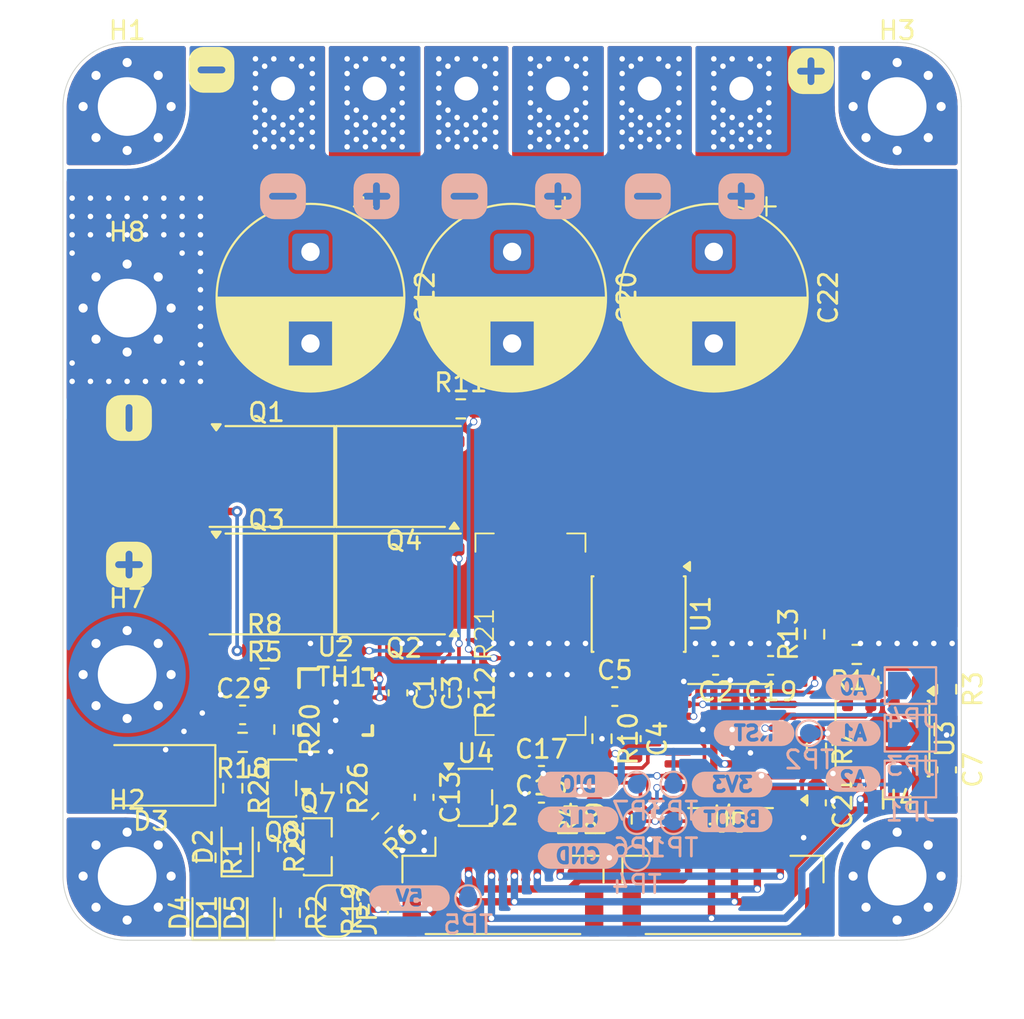
<source format=kicad_pcb>
(kicad_pcb (version 20241229) (generator "pcbnew") (generator_version "9.0")
  (layers (0 "F.Cu" signal) (2 "B.Cu" signal) (13 "F.Paste" user) (15 "B.Paste" user) (5 "F.SilkS" user "F.Silkscreen") (7 "B.SilkS" user "B.Silkscreen") (1 "F.Mask" user) (3 "B.Mask" user) (25 "Edge.Cuts" user))
  (net 0 "")
  (net 1 "ORING_VS")
  (net 2 "Net-(U2-CAP)")
  (net 3 "GND")
  (net 4 "NTC_1")
  (net 5 "ORING_VSNS")
  (net 6 "+5V")
  (net 7 "+3.3V")
  (net 8 "Reset")
  (net 9 "Net-(D2-K)")
  (net 10 "Net-(D2-A)")
  (net 11 "unconnected-(H1-Pad1)")
  (net 12 "unconnected-(H2-Pad1)")
  (net 13 "unconnected-(H3-Pad1)")
  (net 14 "unconnected-(H4-Pad1)")
  (net 15 "SWCLK")
  (net 16 "SWDIO")
  (net 17 "DGATE")
  (net 18 "ORING_OUT")
  (net 19 "HGATE")
  (net 20 "Net-(Q7-D)")
  (net 21 "Net-(Q8-D)")
  (net 22 "PRE-CHARGE_EN")
  (net 23 "BOOT")
  (net 24 "Net-(U2-OV)")
  (net 25 "Net-(U2-SW)")
  (net 26 "ORING_EN")
  (net 27 "Net-(U4-BP)")
  (net 28 "Net-(D1-A)")
  (net 29 "USART2_TX")
  (net 30 "USART2_DE")
  (net 31 "USART2_RX")
  (net 32 "Net-(JP2-B)")
  (net 33 "FAULT")
  (net 34 "ENABLE")
  (net 35 "Net-(U1-FILTER)")
  (net 36 "VDC")
  (net 37 "SENSE_Out")
  (net 38 "Net-(D4-A)")
  (net 39 "Net-(D5-A)")
  (net 40 "RS485_A")
  (net 41 "RS485_B")
  (net 42 "LED_1")
  (net 43 "ID3")
  (net 44 "ID2")
  (net 45 "ID1")
  (net 46 "Net-(Q1-G)")
  (net 47 "Net-(Q2-G)")
  (net 48 "Net-(Q3-G)")
  (net 49 "Net-(Q4-G)")
  (net 50 "VOLTAGE_SENSE")
  (footprint "Capacitor_SMD:C_0603_1608Metric" (layer "F.Cu") (at 101.6 115.5)
    (property "Reference" "C17")
    (property "Value" "10uF")
  )
  (footprint "Capacitor_SMD:C_0603_1608Metric" (layer "F.Cu") (at 101.6 117.5)
    (property "Reference" "C16")
    (property "Value" "470pF")
  )
  (footprint "MountingHole:MountingHole_3.2mm_M3_Pad_Via" (layer "F.Cu") (at 79 110)
    (property "Reference" "H7")
    (property "Value" "MountingHole_Pad")
  )
  (footprint "Connector_JST:JST_GH_SM06B-GHS-TB_1x06-1MP_P1.25mm_Horizontal" (layer "F.Cu") (at 111.5 121.6)
    (property "Reference" "J4")
    (property "Value" "Conn_01x06")
  )
  (footprint "Resistor_SMD:R_0603_1608Metric" (layer "F.Cu") (at 123.7 110.8 -90)
    (property "Reference" "R3")
    (property "Value" "10K")
  )
  (footprint "MountingHole:MountingHole_3.2mm_M3_Pad_Via" (layer "F.Cu") (at 121 121)
    (property "Reference" "H4")
    (property "Value" "MountingHole_Pad")
  )
  (footprint "LED_SMD:LED_0603_1608Metric" (layer "F.Cu") (at 83.3 123 90)
    (property "Reference" "D4")
    (property "Value" "LED")
  )
  (footprint "Resistor_SMD:R_0603_1608Metric" (layer "F.Cu") (at 104.9 113.5 -90)
    (property "Reference" "R10")
    (property "Value" "10K")
  )
  (footprint "Capacitor_SMD:C_0603_1608Metric" (layer "F.Cu") (at 116.6 117 -90)
    (property "Reference" "C21")
    (property "Value" "100nF")
  )
  (footprint "MountingHole:MountingHole_3.2mm_M3_Pad_Via" (layer "F.Cu") (at 79 121)
    (property "Reference" "H2")
    (property "Value" "MountingHole_Pad")
  )
  (footprint "Resistor_SMD:R_0603_1608Metric" (layer "F.Cu") (at 87.55 113 -90)
    (property "Reference" "R20")
    (property "Value" "1K")
  )
  (footprint "Package_TO_SOT_SMD:SOT-23-5" (layer "F.Cu") (at 98 116.7)
    (property "Reference" "U4")
    (property "Value" "MIC5219-3.3YM5")
  )
  (footprint "Package_SO:SOIC-8_3.9x4.9mm_P1.27mm" (layer "F.Cu") (at 120.2 113.5 -90)
    (property "Reference" "U3")
    (property "Value" "SP3485EN")
  )
  (footprint "Capacitor_SMD:C_0603_1608Metric" (layer "F.Cu") (at 105.6 111.2)
    (property "Reference" "C5")
    (property "Value" "100nF")
  )
  (footprint "Package_TO_SOT_SMD:SOT-23" (layer "F.Cu") (at 87.4625 116.2 180)
    (property "Reference" "Q8")
    (property "Value" "Q_NMOS_GSD")
  )
  (footprint "Resistor_SMD:R_0603_1608Metric" (layer "F.Cu") (at 87.9 123 -90)
    (property "Reference" "R2")
    (property "Value" "1K")
  )
  (footprint "Resistor_SMD:R_0603_1608Metric" (layer "F.Cu") (at 104.5 117.9 90)
    (property "Reference" "R4")
    (property "Value" "10K")
  )
  (footprint "Resistor_SMD:R_0603_1608Metric" (layer "F.Cu") (at 92.7 122.8 90)
    (property "Reference" "R19")
    (property "Value" "120R")
  )
  (footprint "Diode_SMD:D_SOD-323" (layer "F.Cu") (at 85 119.4 90)
    (property "Reference" "D2")
    (property "Value" "D_Zener")
  )
  (footprint "Capacitor_SMD:C_0603_1608Metric" (layer "F.Cu") (at 111.1 109.5 180)
    (property "Reference" "C2")
    (property "Value" "100nF")
  )
  (footprint "LM74800QDRRRQ1:DRR0012E" (layer "F.Cu") (at 90.3746 111.5)
    (property "Reference" "U2")
    (property "Value" "LM74800QDRRRQ1")
  )
  (footprint "Resistor_SMD:R_0603_1608Metric" (layer "F.Cu") (at 97.2 95.5)
    (property "Reference" "R11")
    (property "Value" "1K")
  )
  (footprint "Resistor_SMD:R_0603_1608Metric" (layer "F.Cu") (at 83.3 120 -90)
    (property "Reference" "R1")
    (property "Value" "1K")
  )
  (footprint "Capacitor_SMD:C_0603_1608Metric" (layer "F.Cu") (at 85.3 112.2)
    (property "Reference" "C29")
    (property "Value" "100nF")
  )
  (footprint "MountingHole:MountingHole_3.2mm_M3_Pad_Via" (layer "F.Cu") (at 79 90)
    (property "Reference" "H8")
    (property "Value" "MountingHole_Pad")
  )
  (footprint "LED_SMD:LED_0603_1608Metric" (layer "F.Cu") (at 86.3 123 90)
    (property "Reference" "D5")
    (property "Value" "LED")
  )
  (footprint "Capacitor_SMD:C_0603_1608Metric" (layer "F.Cu") (at 114.1 109.5 180)
    (property "Reference" "C19")
    (property "Value" "100nF")
  )
  (footprint "Capacitor_SMD:C_0603_1608Metric" (layer "F.Cu") (at 106.5 113.5 -90)
    (property "Reference" "C4")
    (property "Value" "100nF")
  )
  (footprint "Resistor_SMD:R_0603_1608Metric" (layer "F.Cu") (at 92.9 118.1 -135)
    (property "Reference" "R6")
    (property "Value" "1K")
  )
  (footprint "Package_TO_SOT_SMD:SOT-23" (layer "F.Cu") (at 89.4 119.4)
    (property "Reference" "Q7")
    (property "Value" "VISHAY SI2309CDS-T1-GE3")
  )
  (footprint "Resistor_SMD:R_0603_1608Metric" (layer "F.Cu") (at 85.3 113.7 180)
    (property "Reference" "R18")
    (property "Value" "1K")
  )
  (footprint "Connector_JST:JST_GH_SM06B-GHS-TB_1x06-1MP_P1.25mm_Horizontal" (layer "F.Cu") (at 99.5 121.6)
    (property "Reference" "J2")
    (property "Value" "Conn_01x06")
  )
  (footprint "Resistor_SMD:R_0603_1608Metric" (layer "F.Cu") (at 106 117.9 90)
    (property "Reference" "R9")
    (property "Value" "10K")
  )
  (footprint "Resistor_SMD:R_0603_1608Metric" (layer "F.Cu") (at 118.8 108.9 180)
    (property "Reference" "R14")
    (property "Value" "10K")
  )
  (footprint "Capacitor_SMD:C_0603_1608Metric" (layer "F.Cu") (at 95.3 111 -90)
    (property "Reference" "C3")
    (property "Value" "100nF")
  )
  (footprint "Capacitor_THT:CP_Radial_D10.0mm_P5.00mm" (layer "F.Cu") (at 111 86.932323 -90)
    (property "Reference" "C22")
    (property "Value" "100uF")
  )
  (footprint "Package_DFN_QFN:PQFN-8-EP_6x5mm_P1.27mm_Generic" (layer "F.Cu") (at 94.1 105.055494 180)
    (property "Reference" "Q2")
    (property "Value" "NTMFS5C628NLT1G")
  )
  (footprint "Package_DFN_QFN:PQFN-8-EP_6x5mm_P1.27mm_Generic" (layer "F.Cu") (at 86.6 105.055494)
    (property "Reference" "Q3")
    (property "Value" "NTMFS5C628NLT1G")
  )
  (footprint "Resistor_SMD:R_0603_1608Metric" (layer "F.Cu") (at 90.7 108.7 180)
    (property "Reference" "TH1")
    (property "Value" "Thermistor_NTC")
  )
  (footprint "MountingHole:MountingHole_3.2mm_M3_Pad_Via" (layer "F.Cu") (at 79 79)
    (property "Reference" "H1")
    (property "Value" "MountingHole_Pad")
  )
  (footprint "Capacitor_THT:CP_Radial_D10.0mm_P5.00mm" (layer "F.Cu") (at 89 86.932323 -90)
    (property "Reference" "C12")
    (property "Value" "100uF")
  )
  (footprint "Resistor_SMD:R_0603_1608Metric" (layer "F.Cu") (at 86.5 108.7)
    (property "Reference" "R8")
    (property "Value" "1K")
  )
  (footprint "Diode_SMD:D_SMA" (layer "F.Cu") (at 80.3 115.5 180)
    (property "Reference" "D3")
    (property "Value" "SS36")
  )
  (footprint "Jumper:SolderJumper-2_P1.3mm_Open_RoundedPad1.0x1.5mm" (layer "F.Cu") (at 90.3 122.9 -90)
    (property "Reference" "JP2")
    (property "Value" "Jumper_2_Open")
  )
  (footprint "Package_DFN_QFN:PQFN-8-EP_6x5mm_P1.27mm_Generic" (layer "F.Cu") (at 94.1 99.190494 180)
    (property "Reference" "Q4")
    (property "Value" "NTMFS5C628NLT1G")
  )
  (footprint "Resistor_SMD:R_0603_1608Metric" (layer "F.Cu") (at 86.5 110.2)
    (property "Reference" "R5")
    (property "Value" "1K")
  )
  (footprint "Capacitor_THT:CP_Radial_D10.0mm_P5.00mm" (layer "F.Cu") (at 100 86.932323 -90)
    (property "Reference" "C20")
    (property "Value" "100uF")
  )
  (footprint "Resistor_SMD:R_0603_1608Metric" (layer "F.Cu") (at 84.7625 116.2 -90)
    (property "Reference" "R25")
    (property "Value" "10K")
  )
  (footprint "Resistor_SMD:R_0603_1608Metric" (layer "F.Cu") (at 90.162501 116.2 -90)
    (property "Reference" "R26")
    (property "Value" "10K")
  )
  (footprint "Capacitor_SMD:C_0603_1608Metric" (layer "F.Cu") (at 123.7 115.2 -90)
    (property "Reference" "C7")
    (property "Value" "100nF")
  )
  (footprint "Capacitor_SMD:C_0603_1608Metric" (layer "F.Cu") (at 93.7746 111 -90)
    (property "Reference" "C1")
    (property "Value" "100nF")
  )
  (footprint "Resistor_SMD:R_0603_1608Metric" (layer "F.Cu") (at 116.6 114 -90)
    (property "Reference" "R7")
    (property "Value" "10K")
  )
  (footprint "LED_SMD:LED_0603_1608Metric" (layer "F.Cu") (at 84.8 123 90)
    (property "Reference" "D1")
    (property "Value" "LED")
  )
  (footprint "MountingHole:MountingHole_3.2mm_M3_Pad_Via" (layer "F.Cu") (at 121 79)
    (property "Reference" "H3")
    (property "Value" "MountingHole_Pad")
  )
  (footprint "LOGO" (layer "F.Cu") (at 117 100 -90)
    (property "Reference" "G***" (hide yes))
    (property "Value" "LOGO" (hide yes))
  )
  (footprint "Package_SO:SOIC-8_3.9x4.9mm_P1.27mm" (layer "F.Cu") (at 106.9 106.7 -90)
    (property "Reference" "U1")
    (property "Value" "ACS724xLCTR-50AB")
  )
  (footprint "TiManh:TE-Connect_SM-Series" (layer "F.Cu") (at 101 107.8 90)
    (property "Reference" "R21")
    (property "Value" "47R")
  )
  (footprint "Capacitor_SMD:C_0603_1608Metric" (layer "F.Cu") (at 95.2 116.7 -90)
    (property "Reference" "C13")
    (property "Value" "10uF")
  )
  (footprint "Package_SO:TSSOP-20_4.4x6.5mm_P0.65mm" (layer "F.Cu") (at 111.9125 113.9 180)
    (property "Reference" "U5")
    (property "Value" "STM32G030F6Px")
  )
  (footprint "Resistor_SMD:R_0603_1608Metric" (layer "F.Cu") (at 97.1 111 -90)
    (property "Reference" "R12")
    (property "Value" "1K")
  )
  (footprint "TerminalBlock_MetzConnect:TerminalBlock_MetzConnect_Type094_RT03506HBLU_1x06_P5.00mm_Horizontal" (layer "F.Cu") (at 87.5 78.0225)
    (property "Reference" "J6" (hide yes))
    (property "Value" "POWER")
  )
  (footprint "Package_DFN_QFN:PQFN-8-EP_6x5mm_P1.27mm_Generic" (layer "F.Cu") (at 86.6 99.190494)
    (property "Reference" "Q1")
    (property "Value" "NTMFS5C628NLT1G")
  )
  (footprint "Resistor_SMD:R_0603_1608Metric" (layer "F.Cu") (at 116.5 107.8 90)
    (property "Reference" "R13")
    (property "Value" "10K")
  )
  (footprint "Resistor_SMD:R_0603_1608Metric" (layer "F.Cu") (at 86.7 119.4 -90)
    (property "Reference" "R22")
    (property "Value" "10K")
  )
  (footprint "TestPoint:TestPoint_Pad_D1.0mm" (layer "B.Cu") (at 97.6 122.2)
    (property "Reference" "TP5")
    (property "Value" "TestPoint")
  )
  (footprint "TestPoint:TestPoint_Pad_D1.0mm" (layer "B.Cu") (at 106.8 120)
    (property "Reference" "TP4")
    (property "Value" "TestPoint")
  )
  (footprint "TestPoint:TestPoint_Pad_D1.0mm" (layer "B.Cu") (at 108.8 116)
    (property "Reference" "TP3")
    (property "Value" "TestPoint")
  )
  (footprint "TestPoint:TestPoint_Pad_D1.0mm" (layer "B.Cu") (at 106.8 116)
    (property "Reference" "TP7")
    (property "Value" "TestPoint")
  )
  (footprint "Jumper:SolderJumper-2_P1.3mm_Open_TrianglePad1.0x1.5mm" (layer "B.Cu") (at 121.724999 110.6)
    (property "Reference" "JP4")
    (property "Value" "ID")
  )
  (footprint "TestPoint:TestPoint_Pad_D1.0mm" (layer "B.Cu") (at 106.8 118)
    (property "Reference" "TP6")
    (property "Value" "TestPoint")
  )
  (footprint "Jumper:SolderJumper-2_P1.3mm_Open_TrianglePad1.0x1.5mm" (layer "B.Cu") (at 121.724999 115.7)
    (property "Reference" "JP1")
    (property "Value" "ID")
  )
  (footprint "Jumper:SolderJumper-2_P1.3mm_Open_TrianglePad1.0x1.5mm" (layer "B.Cu") (at 121.724999 113.2)
    (property "Reference" "JP3")
    (property "Value" "ID")
  )
  (footprint "TestPoint:TestPoint_Pad_D1.0mm" (layer "B.Cu") (at 108.8 118)
    (property "Reference" "TP1")
    (property "Value" "TestPoint")
  )
  (footprint "TestPoint:TestPoint_Pad_D1.0mm" (layer "B.Cu") (at 116.2 113.2)
    (property "Reference" "TP2")
    (property "Value" "TestPoint")
  )
  (gr_arc (start 121 75.5) (mid 123.474874 76.525126) (end 124.5 79) (stroke (width 0.05)) (layer "Edge.Cuts"))
  (gr_line (start 75.5 121) (end 75.5 79) (stroke (width 0.05)) (layer "Edge.Cuts"))
  (gr_arc (start 124.5 121) (mid 123.474874 123.474874) (end 121 124.5) (stroke (width 0.05)) (layer "Edge.Cuts"))
  (gr_arc (start 75.5 79) (mid 76.525126 76.525126) (end 79 75.5) (stroke (width 0.05)) (layer "Edge.Cuts"))
  (gr_arc (start 79 124.5) (mid 76.525126 123.474874) (end 75.5 121) (stroke (width 0.05)) (layer "Edge.Cuts"))
  (gr_line (start 79 75.5) (end 121 75.5) (stroke (width 0.05)) (layer "Edge.Cuts"))
  (gr_line (start 121 124.5) (end 79 124.5) (stroke (width 0.05)) (layer "Edge.Cuts"))
  (gr_line (start 124.5 79) (end 124.5 121) (stroke (width 0.05)) (layer "Edge.Cuts"))
  (gr_text "-" (at 79 96 90) (layer "F.SilkS" knockout) (effects (font (size 1.5 1.5) (thickness 0.375) (bold yes))))
  (gr_text "-" (at 83.6 76.9 0) (layer "F.SilkS" knockout) (effects (font (size 1.5 1.5) (thickness 0.375) (bold yes))))
  (gr_text "+" (at 116.3 76.969418 0) (layer "F.SilkS" knockout) (effects (font (size 1.5 1.5) (thickness 0.375) (bold yes))))
  (gr_text "+" (at 79 104 90) (layer "F.SilkS" knockout) (effects (font (size 1.5 1.5) (thickness 0.375) (bold yes))))
  (gr_text "-" (at 97.4 84 180) (layer "B.SilkS" knockout) (effects (font (size 1.5 1.5) (thickness 0.375) (bold yes)) (justify mirror)))
  (gr_text "5V" (at 94.4 122.2 0) (layer "B.SilkS" knockout) (effects (font (size 0.8 0.8) (thickness 0.2) (bold yes)) (justify mirror)))
  (gr_text "+" (at 102.5 84 180) (layer "B.SilkS" knockout) (effects (font (size 1.5 1.5) (thickness 0.375) (bold yes)) (justify mirror)))
  (gr_text "+" (at 92.6 84 180) (layer "B.SilkS" knockout) (effects (font (size 1.5 1.5) (thickness 0.375) (bold yes)) (justify mirror)))
  (gr_text "-" (at 87.5 84 180) (layer "B.SilkS" knockout) (effects (font (size 1.5 1.5) (thickness 0.375) (bold yes)) (justify mirror)))
  (gr_text "3V3" (at 112 116 0) (layer "B.SilkS" knockout) (effects (font (size 0.8 0.8) (thickness 0.2) (bold yes)) (justify mirror)))
  (gr_text "A2" (at 118.6 115.7 0) (layer "B.SilkS" knockout) (effects (font (size 0.8 0.8) (thickness 0.2) (bold yes)) (justify mirror)))
  (gr_text "A0" (at 118.6 110.7 0) (layer "B.SilkS" knockout) (effects (font (size 0.8 0.8) (thickness 0.2) (bold yes)) (justify mirror)))
  (gr_text "+" (at 112.5 84 180) (layer "B.SilkS" knockout) (effects (font (size 1.5 1.5) (thickness 0.375) (bold yes)) (justify mirror)))
  (gr_text "A1" (at 118.6 113.2 0) (layer "B.SilkS" knockout) (effects (font (size 0.8 0.8) (thickness 0.2) (bold yes)) (justify mirror)))
  (gr_text "GND" (at 103.6 119.9 0) (layer "B.SilkS" knockout) (effects (font (size 0.8 0.8) (thickness 0.2) (bold yes)) (justify mirror)))
  (gr_text "RST" (at 113.2 113.2 0) (layer "B.SilkS" knockout) (effects (font (size 0.8 0.8) (thickness 0.2) (bold yes)) (justify mirror)))
  (gr_text "DIO" (at 103.6 116 0) (layer "B.SilkS" knockout) (effects (font (size 0.8 0.8) (thickness 0.2) (bold yes)) (justify mirror)))
  (gr_text "-" (at 107.4 84 180) (layer "B.SilkS" knockout) (effects (font (size 1.5 1.5) (thickness 0.375) (bold yes)) (justify mirror)))
  (gr_text "CLK" (at 103.6 117.9 0) (layer "B.SilkS" knockout) (effects (font (size 0.8 0.8) (thickness 0.2) (bold yes)) (justify mirror)))
  (gr_text "BOOT" (at 112 117.9 0) (layer "B.SilkS" knockout) (effects (font (size 0.8 0.8) (thickness 0.2) (bold yes)) (justify mirror)))
  (segment (start 92.7746 106.380894) (end 94.1 105.055494) (width 0.2) (layer "F.Cu") (net 1))
  (segment (start 92.7746 111.25) (end 93.2496 111.25) (width 0.2) (layer "F.Cu") (net 1))
  (segment (start 91.7646 111.25) (end 92.7746 111.25) (width 0.2) (layer "F.Cu") (net 1))
  (segment (start 91.7646 110.25) (end 92.7746 110.249999) (width 0.2) (layer "F.Cu") (net 1))
  (segment (start 95.2746 111.775) (end 93.7746 111.775) (width 0.2) (layer "F.Cu") (net 1))
  (segment (start 92.7746 110.249999) (end 92.7746 106.380894) (width 0.2) (layer "F.Cu") (net 1))
  (segment (start 93.2496 111.25) (end 93.7746 111.775) (width 0.2) (layer "F.Cu") (net 1))
  (via (at 92.7746 111.25) (size 0.4) (drill 0.3) (layers "F.Cu" "B.Cu") (net 1))
  (via (at 92.7746 110.249999) (size 0.4) (drill 0.3) (layers "F.Cu" "B.Cu") (net 1))
  (segment (start 92.7746 110.249999) (end 92.7746 111.25) (width 0.2) (layer "B.Cu") (net 1))
  (segment (start 93.249601 110.749999) (end 93.7746 110.225) (width 0.2) (layer "F.Cu") (net 2))
  (segment (start 91.7646 110.749999) (end 93.249601 110.749999) (width 0.2) (layer "F.Cu") (net 2))
  (via (at 76 94) (size 0.6) (drill 0.3) (layers "F.Cu" "B.Cu") (net 3))
  (via (at 96.499999 80.8) (size 0.6) (drill 0.3) (layers "F.Cu" "B.Cu") (net 3))
  (via (at 107.5 119) (size 0.4) (drill 0.3) (layers "F.Cu" "B.Cu") (net 3))
  (via (at 88 80.4) (size 0.6) (drill 0.3) (layers "F.Cu" "B.Cu") (net 3))
  (via (at 76 87) (size 0.6) (drill 0.3) (layers "F.Cu" "B.Cu") (net 3))
  (via (at 108.5 80.8) (size 0.6) (drill 0.3) (layers "F.Cu" "B.Cu") (net 3))
  (via (at 83 92) (size 0.6) (drill 0.3) (layers "F.Cu" "B.Cu") (net 3))
  (via (at 89.1 77.2) (size 0.6) (drill 0.3) (layers "F.Cu" "B.Cu") (net 3))
  (via (at 80 94) (size 0.6) (drill 0.3) (layers "F.Cu" "B.Cu") (net 3))
  (via (at 88 79.6) (size 0.6) (drill 0.3) (layers "F.Cu" "B.Cu") (net 3))
  (via (at 112 113) (size 0.4) (drill 0.3) (layers "F.Cu" "B.Cu") (net 3))
  (via (at 77 85) (size 0.6) (drill 0.3) (layers "F.Cu" "B.Cu") (net 3))
  (via (at 123 108.3) (size 0.4) (drill 0.3) (layers "F.Cu" "B.Cu") (net 3))
  (via (at 78 85) (size 0.6) (drill 0.3) (layers "F.Cu" "B.Cu") (net 3))
  (via (at 94 108.3) (size 0.4) (drill 0.3) (layers "F.Cu" "B.Cu") (net 3))
  (via (at 76 85) (size 0.6) (drill 0.3) (layers "F.Cu" "B.Cu") (net 3))
  (via (at 108.499999 76.8) (size 0.6) (drill 0.3) (layers "F.Cu" "B.Cu") (net 3))
  (via (at 97 76.4) (size 0.6) (drill 0.3) (layers "F.Cu" "B.Cu") (net 3))
  (via (at 108 79.6) (size 0.6) (drill 0.3) (layers "F.Cu" "B.Cu") (net 3))
  (via (at 81 86) (size 0.6) (drill 0.3) (layers "F.Cu" "B.Cu") (net 3))
  (via (at 107 80.4) (size 0.6) (drill 0.3) (layers "F.Cu" "B.Cu") (net 3))
  (via (at 99 110) (size 0.4) (drill 0.3) (layers "F.Cu" "B.Cu") (net 3))
  (via (at 96 77.2) (size 0.6) (drill 0.3) (layers "F.Cu" "B.Cu") (net 3))
  (via (at 86.5 76.8) (size 0.6) (drill 0.3) (layers "F.Cu" "B.Cu") (net 3))
  (via (at 96 79.6) (size 0.6) (drill 0.3) (layers "F.Cu" "B.Cu") (net 3))
  (via (at 113 114.275) (size 0.4) (drill 0.3) (layers "F.Cu" "B.Cu") (net 3))
  (via (at 98 80.4) (size 0.6) (drill 0.3) (layers "F.Cu" "B.Cu") (net 3))
  (via (at 82 93) (size 0.6) (drill 0.3) (layers "F.Cu" "B.Cu") (net 3))
  (via (at 106 78.8) (size 0.6) (drill 0.3) (layers "F.Cu" "B.Cu") (net 3))
  (via (at 107 79.6) (size 0.6) (drill 0.3) (layers "F.Cu" "B.Cu") (net 3))
  (via (at 82 94) (size 0.6) (drill 0.3) (layers "F.Cu" "B.Cu") (net 3))
  (via (at 88.5 80.8) (size 0.6) (drill 0.3) (layers "F.Cu" "B.Cu") (net 3))
  (via (at 111.9 110.3) (size 0.4) (drill 0.3) (layers "F.Cu" "B.Cu") (net 3))
  (via (at 77 94) (size 0.6) (drill 0.3) (layers "F.Cu" "B.Cu") (net 3))
  (via (at 99 108.3) (size 0.4) (drill 0.3) (layers "F.Cu" "B.Cu") (net 3))
  (via (at 86 76.4) (size 0.6) (drill 0.3) (layers "F.Cu" "B.Cu") (net 3))
  (via (at 121 108.3) (size 0.4) (drill 0.3) (layers "F.Cu" "B.Cu") (net 3))
  (via (at 89 114.3) (size 0.4) (drill 0.3) (layers "F.Cu" "B.Cu") (net 3))
  (via (at 99.1 81.2) (size 0.6) (drill 0.3) (layers "F.Cu" "B.Cu") (net 3))
  (via (at 99.1 78.8) (size 0.6) (drill 0.3) (layers "F.Cu" "B.Cu") (net 3))
  (via (at 96 78) (size 0.6) (drill 0.3) (layers "F.Cu" "B.Cu") (net 3))
  (via (at 107 81.2) (size 0.6) (drill 0.3) (layers "F.Cu" "B.Cu") (net 3))
  (via (at 83 84) (size 0.6) (drill 0.3) (layers "F.Cu" "B.Cu") (net 3))
  (via (at 98 81.2) (size 0.6) (drill 0.3) (layers "F.Cu" "B.Cu") (net 3))
  (via (at 106 77.2) (size 0.6) (drill 0.3) (layers "F.Cu" "B.Cu") (net 3))
  (via (at 119 108.3) (size 0.4) (drill 0.3) (layers "F.Cu" "B.Cu") (net 3))
  (via (at 81 84) (size 0.6) (drill 0.3) (layers "F.Cu" "B.Cu") (net 3))
  (via (at 101 108.3) (size 0.4) (drill 0.3) (layers "F.Cu" "B.Cu") (net 3))
  (via (at 79 85) (size 0.6) (drill 0.3) (layers "F.Cu" "B.Cu") (net 3))
  (via (at 98.499999 80) (size 0.6) (drill 0.3) (layers "F.Cu" "B.Cu") (net 3))
  (via (at 97.5 80) (size 0.6) (drill 0.3) (layers "F.Cu" "B.Cu") (net 3))
  (via (at 109.1 78) (size 0.6) (drill 0.3) (layers "F.Cu" "B.Cu") (net 3))
  (via (at 88.5 79.2) (size 0.6) (drill 0.3) (layers "F.Cu" "B.Cu") (net 3))
  (via (at 83.1 112.1) (size 0.4) (drill 0.3) (layers "F.Cu" "B.Cu") (net 3))
  (via (at 106 76.4) (size 0.6) (drill 0.3) (layers "F.Cu" "B.Cu") (net 3))
  (via (at 101 110) (size 0.4) (drill 0.3) (layers "F.Cu" "B.Cu") (net 3))
  (via (at 82 85) (size 0.6) (drill 0.3) (layers "F.Cu" "B.Cu") (net 3))
  (via (at 81 85) (size 0.6) (drill 0.3) (layers "F.Cu" "B.Cu") (net 3))
  (via (at 103 110) (size 0.4) (drill 0.3) (layers "F.Cu" "B.Cu") (net 3))
  (via (at 107.5 80.8) (size 0.6) (drill 0.3) (layers "F.Cu" "B.Cu") (net 3))
  (via (at 100 108.3) (size 0.4) (drill 0.3) (layers "F.Cu" "B.Cu") (net 3))
  (via (at 106.499999 80.8) (size 0.6) (drill 0.3) (layers "F.Cu" "B.Cu") (net 3))
  (via (at 89.1 78) (size 0.6) (drill 0.3) (layers "F.Cu" "B.Cu") (net 3))
  (via (at 76 86) (size 0.6) (drill 0.3) (layers "F.Cu" "B.Cu") (net 3))
  (via (at 124 108.3) (size 0.4) (drill 0.3) (layers "F.Cu" "B.Cu") (net 3))
  (via (at 94 118.6) (size 0.4) (drill 0.3) (layers "F.Cu" "B.Cu") (net 3))
  (via (at 83 90) (size 0.6) (drill 0.3) (layers "F.Cu" "B.Cu") (net 3))
  (via (at 83 93) (size 0.6) (drill 0.3) (layers "F.Cu" "B.Cu") (net 3))
  (via (at 77 84) (size 0.6) (drill 0.3) (layers "F.Cu" "B.Cu") (net 3))
  (via (at 114 108.3) (size 0.4) (drill 0.3) (layers "F.Cu" "B.Cu") (net 3))
  (via (at 76 84) (size 0.6) (drill 0.3) (layers "F.Cu" "B.Cu") (net 3))
  (via (at 106.5 76.8) (size 0.6) (drill 0.3) (layers "F.Cu" "B.Cu") (net 3))
  (via (at 97 81.2) (size 0.6) (drill 0.3) (layers "F.Cu" "B.Cu") (net 3))
  (via (at 83 91) (size 0.6) (drill 0.3) (layers "F.Cu" "B.Cu") (net 3))
  (via (at 83 94) (size 0.6) (drill 0.3) (layers "F.Cu" "B.Cu") (net 3))
  (via (at 79 84) (size 0.6) (drill 0.3) (layers "F.Cu" "B.Cu") (net 3))
  (via (at 117.5 116.9) (size 0.4) (drill 0.3) (layers "F.Cu" "B.Cu") (net 3))
  (via (at 99.1 77.2) (size 0.6) (drill 0.3) (layers "F.Cu" "B.Cu") (net 3))
  (via (at 109.1 76.4) (size 0.6) (drill 0.3) (layers "F.Cu" "B.Cu") (net 3))
  (via (at 86 78) (size 0.6) (drill 0.3) (layers "F.Cu" "B.Cu") (net 3))
  (via (at 112 108.3) (size 0.4) (drill 0.3) (layers "F.Cu" "B.Cu") (net 3))
  (via (at 106.5 80) (size 0.6) (drill 0.3) (layers "F.Cu" "B.Cu") (net 3))
  (via (at 89.1 79.6) (size 0.6) (drill 0.3) (layers "F.Cu" "B.Cu") (net 3))
  (via (at 83 89) (size 0.6) (drill 0.3) (layers "F.Cu" "B.Cu") (net 3))
  (via (at 96.499999 79.2) (size 0.6) (drill 0.3) (layers "F.Cu" "B.Cu") (net 3))
  (via (at 109.1 78.8) (size 0.6) (drill 0.3) (layers "F.Cu" "B.Cu") (net 3))
  (via (at 96 81.2) (size 0.6) (drill 0.3) (layers "F.Cu" "B.Cu") (net 3))
  (via (at 107 76.4) (size 0.6) (drill 0.3) (layers "F.Cu" "B.Cu") (net 3))
  (via (at 82.1 113.1) (size 0.4) (drill 0.3) (layers "F.Cu" "B.Cu") (net 3))
  (via (at 108.499999 80) (size 0.6) (drill 0.3) (layers "F.Cu" "B.Cu") (net 3))
  (via (at 87 80.4) (size 0.6) (drill 0.3) (layers "F.Cu" "B.Cu") (net 3))
  (via (at 97 80.4) (size 0.6) (drill 0.3) (layers "F.Cu" "B.Cu") (net 3))
  (via (at 106 80.4) (size 0.6) (drill 0.3) (layers "F.Cu" "B.Cu") (net 3))
  (via (at 98 76.4) (size 0.6) (drill 0.3) (layers "F.Cu" "B.Cu") (net 3))
  (via (at 88.499999 76.8) (size 0.6) (drill 0.3) (layers "F.Cu" "B.Cu") (net 3))
  (via (at 87 76.4) (size 0.6) (drill 0.3) (layers "F.Cu" "B.Cu") (net 3))
  (via (at 98 79.6) (size 0.6) (drill 0.3) (layers "F.Cu" "B.Cu") (net 3))
  (via (at 94 119.6) (size 0.4) (drill 0.3) (layers "F.Cu" "B.Cu") (net 3))
  (via (at 115.9 118.9) (size 0.4) (drill 0.3) (layers "F.Cu" "B.Cu") (net 3))
  (via (at 108.5 79.2) (size 0.6) (drill 0.3) (layers "F.Cu" "B.Cu") (net 3))
  (via (at 110 108.3) (size 0.4) (drill 0.3) (layers "F.Cu" "B.Cu") (net 3))
  (via (at 97 79.6) (size 0.6) (drill 0.3) (layers "F.Cu" "B.Cu") (net 3))
  (via (at 103 108.3) (size 0.4) (drill 0.3) (layers "F.Cu" "B.Cu") (net 3))
  (via (at 77 86) (size 0.6) (drill 0.3) (layers "F.Cu" "B.Cu") (net 3))
  (via (at 112 114) (size 0.4) (drill 0.3) (layers "F.Cu" "B.Cu") (net 3))
  (via (at 84.8 123.1) (size 0.4) (drill 0.3) (layers "F.Cu" "B.Cu") (net 3))
  (via (at 82 87) (size 0.6) (drill 0.3) (layers "F.Cu" "B.Cu") (net 3))
  (via (at 95.2 119.6) (size 0.4) (drill 0.3) (layers "F.Cu" "B.Cu") (net 3))
  (via (at 123.7 113.3) (size 0.4) (drill 0.3) (layers "F.Cu" "B.Cu") (net 3))
  (via (at 80 85) (size 0.6) (drill 0.3) (layers "F.Cu" "B.Cu") (net 3))
  (via (at 88 76.4) (size 0.6) (drill 0.3) (layers "F.Cu" "B.Cu") (net 3))
  (via (at 87 81.2) (size 0.6) (drill 0.3) (layers "F.Cu" "B.Cu") (net 3))
  (via (at 89.1 76.4) (size 0.6) (drill 0.3) (layers "F.Cu" "B.Cu") (net 3))
  (via (at 117.5 115.4) (size 0.4) (drill 0.3) (layers "F.Cu" "B.Cu") (net 3))
  (via (at 87.5 80.8) (size 0.6) (drill 0.3) (layers "F.Cu" "B.Cu") (net 3))
  (via (at 96.5 80) (size 0.6) (drill 0.3) (layers "F.Cu" "B.Cu") (net 3))
  (via (at 88.499999 80) (size 0.6) (drill 0.3) (layers "F.Cu" "B.Cu") (net 3))
  (via (at 111 108.3) (size 0.4) (drill 0.3) (layers "F.Cu" "B.Cu") (net 3))
  (via (at 86 79.6) (size 0.6) (drill 0.3) (layers "F.Cu" "B.Cu") (net 3))
  (via (at 79 94) (size 0.6) (drill 0.3) (layers "F.Cu" "B.Cu") (net 3))
  (via (at 102 108.3) (size 0.4) (drill 0.3) (layers "F.Cu" "B.Cu") (net 3))
  (via (at 101.7 115.4) (size 0.4) (drill 0.3) (layers "F.Cu" "B.Cu") (net 3))
  (via (at 84.1 111.1) (size 0.4) (drill 0.3) (layers "F.Cu" "B.Cu") (net 3))
  (via (at 113 108.3) (size 0.4) (drill 0.3) (layers "F.Cu" "B.Cu") (net 3))
  (via (at 81.1 114.1) (size 0.4) (drill 0.3) (layers "F.Cu" "B.Cu") (net 3))
  (via (at 97.5 80.8) (size 0.6) (drill 0.3) (layers "F.Cu" "B.Cu") (net 3))
  (via (at 86 80.4) (size 0.6) (drill 0.3) (layers "F.Cu" "B.Cu") (net 3))
  (via (at 86.499999 80.8) (size 0.6) (drill 0.3) (layers "F.Cu" "B.Cu") (net 3))
  (via (at 96 78.8) (size 0.6) (drill 0.3) (layers "F.Cu" "B.Cu") (net 3))
  (via (at 86.499999 79.2) (size 0.6) (drill 0.3) (layers "F.Cu" "B.Cu") (net 3))
  (via (at 78 94) (size 0.6) (drill 0.3) (layers "F.Cu" "B.Cu") (net 3))
  (via (at 80 86) (size 0.6) (drill 0.3) (layers "F.Cu" "B.Cu") (net 3))
  (via (at 96 80.4) (size 0.6) (drill 0.3) (layers "F.Cu" "B.Cu") (net 3))
  (via (at 89.1 80.4) (size 0.6) (drill 0.3) (layers "F.Cu" "B.Cu") (net 3))
  (via (at 86 77.2) (size 0.6) (drill 0.3) (layers "F.Cu" "B.Cu") (net 3))
  (via (at 87 79.6) (size 0.6) (drill 0.3) (layers "F.Cu" "B.Cu") (net 3))
  (via (at 94.5 111) (size 0.4) (drill 0.3) (layers "F.Cu" "B.Cu") (net 3))
  (via (at 86 78.8) (size 0.6) (drill 0.3) (layers "F.Cu" "B.Cu") (net 3))
  (via (at 110.4 113) (size 0.4) (drill 0.3) (layers "F.Cu" "B.Cu") (net 3))
  (via (at 108 76.4) (size 0.6) (drill 0.3) (layers "F.Cu" "B.Cu") (net 3))
  (via (at 98.5 80.8) (size 0.6) (drill 0.3) (layers "F.Cu" "B.Cu") (net 3))
  (via (at 83 85) (size 0.6) (drill 0.3) (layers "F.Cu" "B.Cu") (net 3))
  (via (at 83 86) (size 0.6) (drill 0.3) (layers "F.Cu" "B.Cu") (net 3))
  (via (at 82 86) (size 0.6) (drill 0.3) (layers "F.Cu" "B.Cu") (net 3))
  (via (at 100.7 116.5) (size 0.4) (drill 0.3) (layers "F.Cu" "B.Cu") (net 3))
  (via (at 98.5 79.2) (size 0.6) (drill 0.3) (layers "F.Cu" "B.Cu") (net 3))
  (via (at 83 87) (size 0.6) (drill 0.3) (layers "F.Cu" "B.Cu") (net 3))
  (via (at 89.1 78.8) (size 0.6) (drill 0.3) (layers "F.Cu" "B.Cu") (net 3))
  (via (at 81 94) (size 0.6) (drill 0.3) (layers "F.Cu" "B.Cu") (net 3))
  (via (at 99.1 78) (size 0.6) (drill 0.3) (layers "F.Cu" "B.Cu") (net 3))
  (via (at 106 81.2) (size 0.6) (drill 0.3) (layers "F.Cu" "B.Cu") (net 3))
  (via (at 95 108.3) (size 0.4) (drill 0.3) (layers "F.Cu" "B.Cu") (net 3))
  (via (at 108 80.4) (size 0.6) (drill 0.3) (layers "F.Cu" "B.Cu") (net 3))
  (via (at 108 81.2) (size 0.6) (drill 0.3) (layers "F.Cu" "B.Cu") (net 3))
  (via (at 106.499999 79.2) (size 0.6) (drill 0.3) (layers "F.Cu" "B.Cu") (net 3))
  (via (at 90.1 114.2) (size 0.4) (drill 0.3) (layers "F.Cu" "B.Cu") (net 3))
  (via (at 83 88) (size 0.6) (drill 0.3) (layers "F.Cu" "B.Cu") (net 3))
  (via (at 87.5 80) (size 0.6) (drill 0.3) (layers "F.Cu" "B.Cu") (net 3))
  (via (at 109.1 80.4) (size 0.6) (drill 0.3) (layers "F.Cu" "B.Cu") (net 3))
  (via (at 99.1 80.4) (size 0.6) (drill 0.3) (layers "F.Cu" "B.Cu") (net 3))
  (via (at 96 76.4) (size 0.6) (drill 0.3) (layers "F.Cu" "B.Cu") (net 3))
  (via (at 109.1 81.2) (size 0.6) (drill 0.3) (layers "F.Cu" "B.Cu") (net 3))
  (via (at 99.1 79.6) (size 0.6) (drill 0.3) (layers "F.Cu" "B.Cu") (net 3))
  (via (at 109.1 77.2) (size 0.6) (drill 0.3) (layers "F.Cu" "B.Cu") (net 3))
  (via (at 102 110) (size 0.4) (drill 0.3) (layers "F.Cu" "B.Cu") (net 3))
  (via (at 99.1 76.4) (size 0.6) (drill 0.3) (layers "F.Cu" "B.Cu") (net 3))
  (via (at 89.1 81.2) (size 0.6) (drill 0.3) (layers "F.Cu" "B.Cu") (net 3))
  (via (at 76 93) (size 0.6) (drill 0.3) (layers "F.Cu" "B.Cu") (net 3))
  (via (at 79 86) (size 0.6) (drill 0.3) (layers "F.Cu" "B.Cu") (net 3))
  (via (at 78 84) (size 0.6) (drill 0.3) (layers "F.Cu" "B.Cu") (net 3))
  (via (at 83.3 123.1) (size 0.4) (drill 0.3) (layers "F.Cu" "B.Cu") (net 3))
  (via (at 96 108.3) (size 0.4) (drill 0.3) (layers "F.Cu" "B.Cu") (net 3))
  (via (at 86 81.2) (size 0.6) (drill 0.3) (layers "F.Cu" "B.Cu") (net 3))
  (via (at 100 110) (size 0.4) (drill 0.3) (layers "F.Cu" "B.Cu") (net 3))
  (via (at 106 79.6) (size 0.6) (drill 0.3) (layers "F.Cu" "B.Cu") (net 3))
  (via (at 120 108.3) (size 0.4) (drill 0.3) (layers "F.Cu" "B.Cu") (net 3))
  (via (at 80 84) (size 0.6) (drill 0.3) (layers "F.Cu" "B.Cu") (net 3))
  (via (at 122 108.3) (size 0.4) (drill 0.3) (layers "F.Cu" "B.Cu") (net 3))
  (via (at 104.9 113.5) (size 0.4) (drill 0.3) (layers "F.Cu" "B.Cu") (net 3))
  (via (at 98.499999 76.8) (size 0.6) (drill 0.3) (layers "F.Cu" "B.Cu") (net 3))
  (via (at 106 78) (size 0.6) (drill 0.3) (layers "F.Cu" "B.Cu") (net 3))
  (via (at 115 108.3) (size 0.4) (drill 0.3) (layers "F.Cu" "B.Cu") (net 3))
  (via (at 78 86) (size 0.6) (drill 0.3) (layers "F.Cu" "B.Cu") (net 3))
  (via (at 96.5 76.8) (size 0.6) (drill 0.3) (layers "F.Cu" "B.Cu") (net 3))
  (via (at 82 84) (size 0.6) (drill 0.3) (layers "F.Cu" "B.Cu") (net 3))
  (via (at 105.3 120) (size 0.4) (drill 0.3) (layers "F.Cu" "B.Cu") (net 3))
  (via (at 109.361116 110.375) (size 0.4) (drill 0.3) (layers "F.Cu" "B.Cu") (net 3))
  (via (at 107.5 80) (size 0.6) (drill 0.3) (layers "F.Cu" "B.Cu") (net 3))
  (via (at 89 108.3) (size 0.4) (drill 0.3) (layers "F.Cu" "B.Cu") (net 3))
  (via (at 95.2 118.6) (size 0.4) (drill 0.3) (layers "F.Cu" "B.Cu") (net 3))
  (via (at 109.1 79.6) (size 0.6) (drill 0.3) (layers "F.Cu" "B.Cu") (net 3))
  (via (at 104 108.3) (size 0.4) (drill 0.3) (layers "F.Cu" "B.Cu") (net 3))
  (via (at 88 81.2) (size 0.6) (drill 0.3) (layers "F.Cu" "B.Cu") (net 3))
  (via (at 86.5 80) (size 0.6) (drill 0.3) (layers "F.Cu" "B.Cu") (net 3))
  (segment (start 106.5 112.725) (end 104.95 112.725) (width 0.2) (layer "F.Cu") (net 4))
  (segment (start 103.4 109.1) (end 104 109.7) (width 0.2) (layer "F.Cu") (net 4))
  (segment (start 106.5 112.725) (end 106.7 112.925) (width 0.2) (layer "F.Cu") (net 4))
  (segment (start 104.95 112.725) (end 104.9 112.675) (width 0.2) (layer "F.Cu") (net 4))
  (segment (start 99 109.1) (end 103.4 109.1) (width 0.2) (layer "F.Cu") (net 4))
  (segment (start 91.325 108.7) (end 91.225 108.6) (width 0.2) (layer "F.Cu") (net 4))
  (segment (start 104 111.775) (end 104.9 112.675) (width 0.2) (layer "F.Cu") (net 4))
  (segment (start 104 109.7) (end 104 111.775) (width 0.2) (layer "F.Cu") (net 4))
  (segment (start 106.7 112.925) (end 109.05 112.925) (width 0.2) (layer "F.Cu") (net 4))
  (segment (start 92.2 108.7) (end 91.325 108.7) (width 0.2) (layer "F.Cu") (net 4))
  (via (at 99 109.1) (size 0.4) (drill 0.3) (layers "F.Cu" "B.Cu") (net 4))
  (via (at 92.2 108.7) (size 0.4) (drill 0.3) (layers "F.Cu" "B.Cu") (net 4))
  (segment (start 93.2 108.7) (end 93.6 109.1) (width 0.2) (layer "B.Cu") (net 4))
  (segment (start 92.2 108.7) (end 93.2 108.7) (width 0.2) (layer "B.Cu") (net 4))
  (segment (start 93.6 109.1) (end 99 109.1) (width 0.2) (layer "B.Cu") (net 4))
  (segment (start 80.4 117.2) (end 79.9 117.2) (width 0.2) (layer "F.Cu") (net 5))
  (segment (start 82.375 119.175) (end 80.4 117.2) (width 0.2) (layer "F.Cu") (net 5))
  (segment (start 86.075 112.2) (end 86.075 112.175) (width 0.4) (layer "F.Cu") (net 5))
  (segment (start 83.3 119.175) (end 82.375 119.175) (width 0.2) (layer "F.Cu") (net 5))
  (segment (start 86.975 111.3) (end 87.7 111.3) (width 0.4) (layer "F.Cu") (net 5))
  (segment (start 88 111) (end 89 111) (width 0.4) (layer "F.Cu") (net 5))
  (segment (start 86.075 112.175) (end 83.9 110) (width 0.4) (layer "F.Cu") (net 5))
  (segment (start 86.075 112.2) (end 86.975 111.3) (width 0.4) (layer "F.Cu") (net 5))
  (segment (start 87.7 111.3) (end 88 111) (width 0.4) (layer "F.Cu") (net 5))
  (segment (start 103.14742 121.7) (end 103.64742 121.2) (width 0.4) (layer "F.Cu") (net 6))
  (segment (start 95.075 115.925) (end 95.2 115.925) (width 0.2) (layer "F.Cu") (net 6))
  (segment (start 93.483363 117.516637) (end 95.075 115.925) (width 0.2) (layer "F.Cu") (net 6))
  (segment (start 110.325 109.5) (end 110 109.175) (width 0.4) (layer "F.Cu") (net 6))
  (segment (start 95.2 115.925) (end 95.375 115.75) (width 0.4) (layer "F.Cu") (net 6))
  (segment (start 97.625 119.45) (end 97.625 120.9) (width 0.4) (layer "F.Cu") (net 6))
  (segment (start 97.625 120.9) (end 97.625 121.025) (width 0.4) (layer "F.Cu") (net 6))
  (segment (start 111 110.175) (end 110.325 109.5) (width 0.4) (layer "F.Cu") (net 6))
  (segment (start 97.524999 117.65) (end 96.8625 117.65) (width 0.4) (layer "F.Cu") (net 6))
  (segment (start 97.524999 115.75) (end 97.926 116.151001) (width 0.4) (layer "F.Cu") (net 6))
  (segment (start 109.3 121.2) (end 109.625 120.875) (width 0.4) (layer "F.Cu") (net 6))
  (segment (start 103.64742 121.2) (end 109.3 121.2) (width 0.4) (layer "F.Cu") (net 6))
  (segment (start 97.625 118.4125) (end 96.8625 117.65) (width 0.4) (layer "F.Cu") (net 6))
  (segment (start 110 109.175) (end 108.805 109.175) (width 0.4) (layer "F.Cu") (net 6))
  (segment (start 109.625 118.975) (end 111 117.6) (width 0.4) (layer "F.Cu") (net 6))
  (segment (start 97.926 116.151001) (end 97.926 117.248999) (width 0.4) (layer "F.Cu") (net 6))
  (segment (start 97.625 121.025) (end 98.3 121.7) (width 0.4) (layer "F.Cu") (net 6))
  (segment (start 97.926 117.248999) (end 97.524999 117.65) (width 0.4) (layer "F.Cu") (net 6))
  (segment (start 95.375 115.75) (end 96.8625 115.75) (width 0.4) (layer "F.Cu") (net 6))
  (segment (start 98.3 121.7) (end 103.14742 121.7) (width 0.4) (layer "F.Cu") (net 6))
  (segment (start 111 117.6) (end 111 110.175) (width 0.4) (layer "F.Cu") (net 6))
  (segment (start 109.625 120.875) (end 109.625 118.975) (width 0.4) (layer "F.Cu") (net 6))
  (segment (start 97.625 119.75) (end 97.625 118.4125) (width 0.4) (layer "F.Cu") (net 6))
  (segment (start 96.8625 115.75) (end 97.524999 115.75) (width 0.4) (layer "F.Cu") (net 6))
  (via (at 97.625 120.9) (size 0.4) (drill 0.3) (layers "F.Cu" "B.Cu") (net 6))
  (segment (start 97.625 122.175) (end 97.6 122.2) (width 0.4) (layer "B.Cu") (net 6))
  (segment (start 97.625 120.9) (end 97.625 122.175) (width 0.4) (layer "B.Cu") (net 6))
  (segment (start 116.6 114.825) (end 117.326 114.099) (width 0.4) (layer "F.Cu") (net 7))
  (segment (start 121.704999 114.1) (end 121.9 114.1) (width 0.4) (layer "F.Cu") (net 7))
  (segment (start 121.703999 114.099) (end 121.704999 114.1) (width 0.4) (layer "F.Cu") (net 7))
  (segment (start 117.326 114.099) (end 121.703999 114.099) (width 0.4) (layer "F.Cu") (net 7))
  (segment (start 122.105 115.975) (end 123.7 115.975) (width 0.4) (layer "F.Cu") (net 7))
  (segment (start 114.775 114.875) (end 116.6 114.875) (width 0.4) (layer "F.Cu") (net 7))
  (segment (start 101.701 116.376) (end 100.825 115.5) (width 0.4) (layer "F.Cu") (net 7))
  (segment (start 105.625 114.314693) (end 105.614693 114.325) (width 0.2) (layer "F.Cu") (net 7))
  (segment (start 100.575 115.75) (end 100.825 115.5) (width 0.4) (layer "F.Cu") (net 7))
  (segment (start 105.614693 114.325) (end 104.9 114.325) (width 0.2) (layer "F.Cu") (net 7))
  (segment (start 111.6 114.875) (end 114.775 114.875) (width 0.4) (layer "F.Cu") (net 7))
  (segment (start 122.105 114.305) (end 122.105 115.975) (width 0.4) (layer "F.Cu") (net 7))
  (segment (start 99.1375 115.75) (end 100.575 115.75) (width 0.4) (layer "F.Cu") (net 7))
  (segment (start 116.6 114.875) (end 116.6 116.225) (width 0.4) (layer "F.Cu") (net 7))
  (segment (start 121.9 114.1) (end 122.105 114.305) (width 0.4) (layer "F.Cu") (net 7))
  (segment (start 100.825 115.5) (end 100.825 115.4) (width 0.4) (layer "F.Cu") (net 7))
  (segment (start 103.7 116.376) (end 101.701 116.376) (width 0.4) (layer "F.Cu") (net 7))
  (via (at 103.7 116.376) (size 0.4) (drill 0.3) (layers "F.Cu" "B.Cu") (net 7))
  (via (at 105.625 114.314693) (size 0.4) (drill 0.3) (layers "F.Cu" "B.Cu") (net 7))
  (via (at 111.6 114.875) (size 0.4) (drill 0.3) (layers "F.Cu" "B.Cu") (net 7))
  (segment (start 111.6 114.875) (end 111.4 114.875) (width 0.4) (layer "B.Cu") (net 7))
  (segment (start 111.4 114.875) (end 110.725 114.2) (width 0.4) (layer "B.Cu") (net 7))
  (segment (start 105.95 115.65) (end 105.95 114.65) (width 0.4) (layer "B.Cu") (net 7))
  (segment (start 105.224 116.376) (end 105.95 115.65) (width 0.4) (layer "B.Cu") (net 7))
  (segment (start 110.725 114.2) (end 108.8 114.2) (width 0.4) (layer "B.Cu") (net 7))
  (segment (start 108.8 116) (end 108.8 114.2) (width 0.2) (layer "B.Cu") (net 7))
  (segment (start 108.8 114.2) (end 106.4 114.2) (width 0.4) (layer "B.Cu") (net 7))
  (segment (start 105.625 114.314693) (end 105.625 114.325) (width 0.2) (layer "B.Cu") (net 7))
  (segment (start 106.4 114.2) (end 105.95 114.65) (width 0.4) (layer "B.Cu") (net 7))
  (segment (start 103.7 116.376) (end 105.224 116.376) (width 0.4) (layer "B.Cu") (net 7))
  (segment (start 105.625 114.325) (end 105.95 114.65) (width 0.2) (layer "B.Cu") (net 7))
  (segment (start 116.6 113.175) (end 116.2 113.575) (width 0.4) (layer "F.Cu") (net 8))
  (segment (start 114.775 113.575) (end 113.175 113.575) (width 0.4) (layer "F.Cu") (net 8))
  (segment (start 112.8 110.025) (end 113.325 109.5) (width 0.4) (layer "F.Cu") (net 8))
  (segment (start 116.2 113.575) (end 114.775 113.575) (width 0.4) (layer "F.Cu") (net 8))
  (segment (start 112.8 113.2) (end 112.8 110.025) (width 0.4) (layer "F.Cu") (net 8))
  (segment (start 113.175 113.575) (end 112.8 113.2) (width 0.4) (layer "F.Cu") (net 8))
  (segment (start 117.2 113.2) (end 117.175 113.175) (width 0.2) (layer "F.Cu") (net 8))
  (segment (start 117.175 113.175) (end 116.6 113.175) (width 0.2) (layer "F.Cu") (net 8))
  (via (at 117.2 113.2) (size 0.4) (drill 0.3) (layers "F.Cu" "B.Cu") (net 8))
  (segment (start 117.2 113.2) (end 116.2 113.2) (width 0.2) (layer "B.Cu") (net 8))
  (segment (start 88.4625 120.35) (end 85.1 120.35) (width 0.4) (layer "F.Cu") (net 9))
  (segment (start 83.3 116) (end 83.3 117.1) (width 0.4) (layer "F.Cu") (net 9))
  (segment (start 82.3 115.5) (end 82.8 115.5) (width 0.4) (layer "F.Cu") (net 9))
  (segment (start 82.8 115.5) (end 83.3 116) (width 0.4) (layer "F.Cu") (net 9))
  (segment (start 85.1 120.35) (end 85 120.45) (width 0.4) (layer "F.Cu") (net 9))
  (segment (start 84.3 119.75) (end 85 120.45) (width 0.4) (layer "F.Cu") (net 9))
  (segment (start 84.3 118.1) (end 84.3 119.75) (width 0.4) (layer "F.Cu") (net 9))
  (segment (start 83.3 117.1) (end 84.3 118.1) (width 0.4) (layer "F.Cu") (net 9))
  (segment (start 82.300001 115.5) (end 82.3 115.5) (width 0.4) (layer "F.Cu") (net 9))
  (segment (start 88.4625 118.45) (end 85.1 118.45) (width 0.4) (layer "F.Cu") (net 10))
  (segment (start 85 118.35) (end 85 117.2625) (width 0.4) (layer "F.Cu") (net 10))
  (segment (start 85 117.2625) (end 84.7625 117.025) (width 0.4) (layer "F.Cu") (net 10))
  (segment (start 85.1 118.45) (end 85 118.35) (width 0.4) (layer "F.Cu") (net 10))
  (segment (start 107.9 116.175) (end 109.05 116.175) (width 0.2) (layer "F.Cu") (net 15))
  (via (at 107.9 116.175) (size 0.4) (drill 0.3) (layers "F.Cu" "B.Cu") (net 15))
  (segment (start 107.9 116.175) (end 107.9 116.9) (width 0.2) (layer "B.Cu") (net 15))
  (segment (start 107.9 116.9) (end 106.8 118) (width 0.2) (layer "B.Cu") (net 15))
  (segment (start 107.9 115.525) (end 109.05 115.525) (width 0.2) (layer "F.Cu") (net 16))
  (via (at 107.9 115.525) (size 0.4) (drill 0.3) (layers "F.Cu" "B.Cu") (net 16))
  (segment (start 107.275 115.525) (end 106.8 116) (width 0.2) (layer "B.Cu") (net 16))
  (segment (start 107.9 115.525) (end 107.275 115.525) (width 0.2) (layer "B.Cu") (net 16))
  (segment (start 87.325 108.7) (end 87.325 110.2) (width 0.4) (layer "F.Cu") (net 17))
  (segment (start 87.349 110.224) (end 88.9846 110.224) (width 0.4) (layer "F.Cu") (net 17))
  (segment (start 87.325 110.2) (end 87.349 110.224) (width 0.4) (layer "F.Cu") (net 17))
  (segment (start 96.2 109.3) (end 96.6 108.9) (width 0.2) (layer "F.Cu") (net 18))
  (segment (start 93.2671 112.6) (end 95.9 112.6) (width 0.2) (layer "F.Cu") (net 18))
  (segment (start 96.2 112.3) (end 96.2 109.3) (width 0.2) (layer "F.Cu") (net 18))
  (segment (start 95.9 112.6) (end 96.2 112.3) (width 0.2) (layer "F.Cu") (net 18))
  (segment (start 96.6 108.9) (end 96.6 107.185494) (width 0.2) (layer "F.Cu") (net 18))
  (segment (start 96.6 107.185494) (end 96.825 106.960494) (width 0.2) (layer "F.Cu") (net 18))
  (segment (start 91.7646 111.75) (end 92.4171 111.75) (width 0.2) (layer "F.Cu") (net 18))
  (segment (start 92.4171 111.75) (end 93.2671 112.6) (width 0.2) (layer "F.Cu") (net 18))
  (segment (start 96.799 113.101) (end 93.201 113.101) (width 0.2) (layer "F.Cu") (net 19))
  (segment (start 97.9 111.025) (end 97.1 111.825) (width 0.2) (layer "F.Cu") (net 19))
  (segment (start 97.9 96.2) (end 97.9 95.625) (width 0.2) (layer "F.Cu") (net 19))
  (segment (start 97.9 108.874794) (end 97.9 111.025) (width 0.2) (layer "F.Cu") (net 19))
  (segment (start 97.1 112.8) (end 96.799 113.101) (width 0.2) (layer "F.Cu") (net 19))
  (segment (start 97.9 95.625) (end 98.025 95.5) (width 0.2) (layer "F.Cu") (net 19))
  (segment (start 97.625206 108.6) (end 97.9 108.874794) (width 0.2) (layer "F.Cu") (net 19))
  (segment (start 92.350001 112.250001) (end 91.7646 112.250001) (width 0.2) (layer "F.Cu") (net 19))
  (segment (start 93.201 113.101) (end 92.350001 112.250001) (width 0.2) (layer "F.Cu") (net 19))
  (segment (start 97.1 111.825) (end 97.1 112.8) (width 0.2) (layer "F.Cu") (net 19))
  (via (at 97.625206 108.6) (size 0.4) (drill 0.3) (layers "F.Cu" "B.Cu") (net 19))
  (via (at 97.9 96.2) (size 0.4) (drill 0.3) (layers "F.Cu" "B.Cu") (net 19))
  (segment (start 97.625206 96.474794) (end 97.9 96.2) (width 0.2) (layer "B.Cu") (net 19))
  (segment (start 97.625206 108.6) (end 97.625206 96.474794) (width 0.2) (layer "B.Cu") (net 19))
  (segment (start 90.3375 119.4625) (end 90.3375 118.2625) (width 0.4) (layer "F.Cu") (net 20))
  (segment (start 90.3375 118.2625) (end 90.7 117.9) (width 0.4) (layer "F.Cu") (net 20))
  (segment (start 92.1 115.5) (end 93.097 114.503) (width 0.4) (layer "F.Cu") (net 20))
  (segment (start 93.097 114.503) (end 98.597 114.503) (width 0.4) (layer "F.Cu") (net 20))
  (segment (start 91.6 117.9) (end 92.1 117.4) (width 0.4) (layer "F.Cu") (net 20))
  (segment (start 90.7 117.9) (end 91.6 117.9) (width 0.4) (layer "F.Cu") (net 20))
  (segment (start 98.597 114.503) (end 100.499999 112.600001) (width 0.4) (layer "F.Cu") (net 20))
  (segment (start 100.499999 112.600001) (end 101.6 112.600001) (width 0.4) (layer "F.Cu") (net 20))
  (segment (start 90.3375 119.4) (end 90.3375 119.4625) (width 0.4) (layer "F.Cu") (net 20))
  (segment (start 92.1 117.4) (end 92.1 115.5) (width 0.4) (layer "F.Cu") (net 20))
  (segment (start 84.7625 115.375) (end 85.5875 116.2) (width 0.4) (layer "F.Cu") (net 21))
  (segment (start 85.5875 116.2) (end 86.524999 116.2) (width 0.4) (layer "F.Cu") (net 21))
  (segment (start 92.698 114.002) (end 97.998 114.002) (width 0.2) (layer "F.Cu") (net 22))
  (segment (start 107.4 116.6) (end 107.625 116.825) (width 0.2) (layer "F.Cu") (net 22))
  (segment (start 107.4 115.8) (end 107.4 116.6) (width 0.2) (layer "F.Cu") (net 22))
  (segment (start 91.5 115.2) (end 92.698 114.002) (width 0.2) (layer "F.Cu") (net 22))
  (segment (start 98.8 111.5) (end 99.2 111.1) (width 0.2) (layer "F.Cu") (net 22))
  (segment (start 103.1 114.4) (end 104.201 115.501) (width 0.2) (layer "F.Cu") (net 22))
  (segment (start 102.6 111.1) (end 103.1 111.6) (width 0.2) (layer "F.Cu") (net 22))
  (segment (start 88.4 117.15) (end 90.037501 117.15) (width 0.2) (layer "F.Cu") (net 22))
  (segment (start 90.037501 117.15) (end 90.162501 117.025) (width 0.2) (layer "F.Cu") (net 22))
  (segment (start 107.625 116.825) (end 109.05 116.825) (width 0.2) (layer "F.Cu") (net 22))
  (segment (start 91.075 117.025) (end 91.5 116.6) (width 0.2) (layer "F.Cu") (net 22))
  (segment (start 99.2 111.1) (end 102.6 111.1) (width 0.2) (layer "F.Cu") (net 22))
  (segment (start 91.5 116.6) (end 91.5 115.2) (width 0.2) (layer "F.Cu") (net 22))
  (segment (start 103.1 111.6) (end 103.1 114.4) (width 0.2) (layer "F.Cu") (net 22))
  (segment (start 90.162501 117.025) (end 91.075 117.025) (width 0.2) (layer "F.Cu") (net 22))
  (segment (start 98.8 113.2) (end 98.8 111.5) (width 0.2) (layer "F.Cu") (net 22))
  (segment (start 104.201 115.501) (end 107.101 115.501) (width 0.2) (layer "F.Cu") (net 22))
  (segment (start 97.998 114.002) (end 98.8 113.2) (width 0.2) (layer "F.Cu") (net 22))
  (segment (start 107.101 115.501) (end 107.4 115.8) (width 0.2) (layer "F.Cu") (net 22))
  (segment (start 109.8 118) (end 110.4895 117.3105) (width 0.2) (layer "F.Cu") (net 23))
  (segment (start 110.4895 117.3105) (end 110.4895 113.8895) (width 0.2) (layer "F.Cu") (net 23))
  (segment (start 110.4895 113.8895) (end 110.175 113.575) (width 0.2) (layer "F.Cu") (net 23))
  (segment (start 107.8 118) (end 106.925 118) (width 0.2) (layer "F.Cu") (net 23))
  (segment (start 106.925 118) (end 106 117.075) (width 0.2) (layer "F.Cu") (net 23))
  (segment (start 110.175 113.575) (end 109.05 113.575) (width 0.2) (layer "F.Cu") (net 23))
  (segment (start 107.8 118) (end 109.8 118) (width 0.2) (layer "F.Cu") (net 23))
  (via (at 107.8 118) (size 0.4) (drill 0.3) (layers "F.Cu" "B.Cu") (net 23))
  (segment (start 108.8 118) (end 107.8 118) (width 0.2) (layer "B.Cu") (net 23))
  (segment (start 88.9846 112.250001) (end 88.474601 112.250001) (width 0.2) (layer "F.Cu") (net 24))
  (segment (start 88.474601 112.250001) (end 88.326 112.398602) (width 0.2) (layer "F.Cu") (net 24))
  (segment (start 86.125 113.7) (end 87.425 113.7) (width 0.2) (layer "F.Cu") (net 24))
  (segment (start 87.6 113.775) (end 87.6 113.825) (width 0.2) (layer "F.Cu") (net 24))
  (segment (start 88.326 112.398602) (end 88.326 113.049) (width 0.2) (layer "F.Cu") (net 24))
  (segment (start 88.326 113.049) (end 87.6 113.775) (width 0.2) (layer "F.Cu") (net 24))
  (segment (start 87.425 113.7) (end 87.55 113.825) (width 0.2) (layer "F.Cu") (net 24))
  (segment (start 87.55 112.175) (end 87.975 111.75) (width 0.2) (layer "F.Cu") (net 25))
  (segment (start 87.975 111.75) (end 88.9846 111.75) (width 0.2) (layer "F.Cu") (net 25))
  (segment (start 89.201 113.601) (end 97.699 113.601) (width 0.2) (layer "F.Cu") (net 26))
  (segment (start 98.399 112.901) (end 98.399 111.3339) (width 0.2) (layer "F.Cu") (net 26))
  (segment (start 98.4 111.2) (end 98.9 110.7) (width 0.2) (layer "F.Cu") (net 26))
  (segment (start 103 110.7) (end 103.5 111.2) (width 0.2) (layer "F.Cu") (net 26))
  (segment (start 88.9846 112.75) (end 88.9846 113.3846) (width 0.2) (layer "F.Cu") (net 26))
  (segment (start 107.4 114.8) (end 107.4 114.4) (width 0.2) (layer "F.Cu") (net 26))
  (segment (start 102.7661 110.699) (end 102.7671 110.7) (width 0.2) (layer "F.Cu") (net 26))
  (segment (start 102.7671 110.7) (end 103 110.7) (width 0.2) (layer "F.Cu") (net 26))
  (segment (start 107.1 115.1) (end 107.4 114.8) (width 0.2) (layer "F.Cu") (net 26))
  (segment (start 98.9 110.7) (end 99.0329 110.7) (width 0.2) (layer "F.Cu") (net 26))
  (segment (start 107.575 114.225) (end 109.05 114.225) (width 0.2) (layer "F.Cu") (net 26))
  (segment (start 107.4 114.4) (end 107.575 114.225) (width 0.2) (layer "F.Cu") (net 26))
  (segment (start 98.4 111.3329) (end 98.4 111.2) (width 0.2) (layer "F.Cu") (net 26))
  (segment (start 103.5 111.2) (end 103.5 111.4329) (width 0.2) (layer "F.Cu") (net 26))
  (segment (start 103.5 111.4329) (end 103.501 111.4339) (width 0.2) (layer "F.Cu") (net 26))
  (segment (start 103.501 111.4339) (end 103.501 114.201) (width 0.2) (layer "F.Cu") (net 26))
  (segment (start 103.501 114.201) (end 104.4 115.1) (width 0.2) (layer "F.Cu") (net 26))
  (segment (start 99.0329 110.7) (end 99.0339 110.699) (width 0.2) (layer "F.Cu") (net 26))
  (segment (start 97.699 113.601) (end 98.399 112.901) (width 0.2) (layer "F.Cu") (net 26))
  (segment (start 98.399 111.3339) (end 98.4 111.3329) (width 0.2) (layer "F.Cu") (net 26))
  (segment (start 99.0339 110.699) (end 102.7661 110.699) (width 0.2) (layer "F.Cu") (net 26))
  (segment (start 88.9846 113.3846) (end 89.201 113.601) (width 0.2) (layer "F.Cu") (net 26))
  (segment (start 104.4 115.1) (end 107.1 115.1) (width 0.2) (layer "F.Cu") (net 26))
  (segment (start 99.1375 117.65) (end 100.675 117.65) (width 0.4) (layer "F.Cu") (net 27))
  (segment (start 100.675 117.65) (end 100.825 117.5) (width 0.4) (layer "F.Cu") (net 27))
  (segment (start 86.0125 121) (end 91.1 121) (width 0.2) (layer "F.Cu") (net 28))
  (segment (start 91.1 121) (end 92.316637 119.783363) (width 0.2) (layer "F.Cu") (net 28))
  (segment (start 84.8 122.2125) (end 86.0125 121) (width 0.2) (layer "F.Cu") (net 28))
  (segment (start 92.316637 119.783363) (end 92.316637 118.683363) (width 0.2) (layer "F.Cu") (net 28))
  (segment (start 118.295 111.625) (end 118.295 111.025) (width 0.2) (layer "F.Cu") (net 29))
  (segment (start 114.775 111.625) (end 118.295 111.625) (width 0.2) (layer "F.Cu") (net 29))
  (segment (start 120.835 111.025) (end 119.565 111.025) (width 0.2) (layer "F.Cu") (net 30))
  (segment (start 119.565 111.999999) (end 119.565 111.025) (width 0.2) (layer "F.Cu") (net 30))
  (segment (start 114.775 112.275) (end 114.801 112.301) (width 0.2) (layer "F.Cu") (net 30))
  (segment (start 123.024 112.301) (end 123.7 111.625) (width 0.2) (layer "F.Cu") (net 30))
  (segment (start 120.835 111.025) (end 120.835 111.735) (width 0.2) (layer "F.Cu") (net 30))
  (segment (start 121.401 112.301) (end 123.024 112.301) (width 0.2) (layer "F.Cu") (net 30))
  (segment (start 120.835 111.735) (end 121.401 112.301) (width 0.2) (layer "F.Cu") (net 30))
  (segment (start 119.263999 112.301) (end 119.565 111.999999) (width 0.2) (layer "F.Cu") (net 30))
  (segment (start 114.801 112.301) (end 119.263999 112.301) (width 0.2) (layer "F.Cu") (net 30))
  (segment (start 122.105 109.905) (end 122.105 111.025) (width 0.2) (layer "F.Cu") (net 31))
  (segment (start 117.7 109.7) (end 121.9 109.7) (width 0.2) (layer "F.Cu") (net 31))
  (segment (start 117.4 110) (end 117.7 109.7) (width 0.2) (layer "F.Cu") (net 31))
  (segment (start 121.9 109.7) (end 122.105 109.905) (width 0.2) (layer "F.Cu") (net 31))
  (segment (start 117.4 110.7) (end 117.4 110) (width 0.2) (layer "F.Cu") (net 31))
  (segment (start 117.125 110.975) (end 117.4 110.7) (width 0.2) (layer "F.Cu") (net 31))
  (segment (start 114.775 110.975) (end 117.125 110.975) (width 0.2) (layer "F.Cu") (net 31))
  (segment (start 92.7 123.625) (end 90.475 123.625) (width 0.4) (layer "F.Cu") (net 32))
  (segment (start 90.475 123.625) (end 90.3 123.45) (width 0.4) (layer "F.Cu") (net 32))
  (segment (start 114.625 116.975) (end 114.775 116.825) (width 0.4) (layer "F.Cu") (net 33))
  (segment (start 114.625 119.75) (end 114.625 116.975) (width 0.4) (layer "F.Cu") (net 33))
  (segment (start 114.625 121) (end 114.625 119.45) (width 0.4) (layer "F.Cu") (net 33))
  (segment (start 102.625 121) (end 102.625 119.45) (width 0.4) (layer "F.Cu") (net 33))
  (via (at 102.625 121) (size 0.4) (drill 0.3) (layers "F.Cu" "B.Cu") (net 33))
  (via (at 114.625 121) (size 0.4) (drill 0.3) (layers "F.Cu" "B.Cu") (net 33))
  (segment (start 114.625 121) (end 102.625 121) (width 0.4) (layer "B.Cu") (net 33))
  (segment (start 101.375 119.225) (end 102.32411 118.27589) (width 0.2) (layer "F.Cu") (net 34))
  (segment (start 113.375 119.75) (end 113.375 116.525) (width 0.4) (layer "F.Cu") (net 34))
  (segment (start 101.375 119.75) (end 101.375 119.225) (width 0.2) (layer "F.Cu") (net 34))
  (segment (start 103.29911 118.27589) (end 104.5 117.075) (width 0.2) (layer "F.Cu") (net 34))
  (segment (start 113.725 116.175) (end 114.775 116.175) (width 0.4) (layer "F.Cu") (net 34))
  (segment (start 102.32411 118.27589) (end 103.29911 118.27589) (width 0.2) (layer "F.Cu") (net 34))
  (segment (start 113.375 121.7) (end 113.375 119.45) (width 0.4) (layer "F.Cu") (net 34))
  (segment (start 101.375 121) (end 101.375 119.45) (width 0.4) (layer "F.Cu") (net 34))
  (segment (start 113.375 116.525) (end 113.725 116.175) (width 0.4) (layer "F.Cu") (net 34))
  (via (at 101.375 121) (size 0.4) (drill 0.3) (layers "F.Cu" "B.Cu") (net 34))
  (via (at 113.375 121.7) (size 0.4) (drill 0.3) (layers "F.Cu" "B.Cu") (net 34))
  (segment (start 101.5 121.7) (end 101.375 121.575) (width 0.4) (layer "B.Cu") (net 34))
  (segment (start 101.375 121.575) (end 101.375 121) (width 0.4) (layer "B.Cu") (net 34))
  (segment (start 113.375 121.7) (end 101.5 121.7) (width 0.4) (layer "B.Cu") (net 34))
  (segment (start 106.265 109.175) (end 106.265 111.09) (width 0.4) (layer "F.Cu") (net 35))
  (segment (start 106.265 111.09) (end 106.375 111.2) (width 0.4) (layer "F.Cu") (net 35))
  (via (at 94 81.2) (size 0.6) (drill 0.3) (layers "F.Cu" "B.Cu") (net 36))
  (via (at 104 77.2) (size 0.6) (drill 0.3) (layers "F.Cu" "B.Cu") (net 36))
  (via (at 111 80.4) (size 0.6) (drill 0.3) (layers "F.Cu" "B.Cu") (net 36))
  (via (at 102 76.4) (size 0.6) (drill 0.3) (layers "F.Cu" "B.Cu") (net 36))
  (via (at 92 76.4) (size 0.6) (drill 0.3) (layers "F.Cu" "B.Cu") (net 36))
  (via (at 111 78) (size 0.6) (drill 0.3) (layers "F.Cu" "B.Cu") (net 36))
  (via (at 113.5 80) (size 0.6) (drill 0.3) (layers "F.Cu" "B.Cu") (net 36))
  (via (at 93 76.4) (size 0.6) (drill 0.3) (layers "F.Cu" "B.Cu") (net 36))
  (via (at 92.5 80.8) (size 0.6) (drill 0.3) (layers "F.Cu" "B.Cu") (net 36))
  (via (at 101 76.4) (size 0.6) (drill 0.3) (layers "F.Cu" "B.Cu") (net 36))
  (via (at 101 80.4) (size 0.6) (drill 0.3) (layers "F.Cu" "B.Cu") (net 36))
  (via (at 92 80.4) (size 0.6) (drill 0.3) (layers "F.Cu" "B.Cu") (net 36))
  (via (at 91.5 79.2) (size 0.6) (drill 0.3) (layers "F.Cu" "B.Cu") (net 36))
  (via (at 112 79.6) (size 0.6) (drill 0.3) (layers "F.Cu" "B.Cu") (net 36))
  (via (at 101 79.6) (size 0.6) (drill 0.3) (layers "F.Cu" "B.Cu") (net 36))
  (via (at 91 76.4) (size 0.6) (drill 0.3) (layers "F.Cu" "B.Cu") (net 36))
  (via (at 113 80.4) (size 0.6) (drill 0.3) (layers "F.Cu" "B.Cu") (net 36))
  (via (at 113.5 79.2) (size 0.6) (drill 0.3) (layers "F.Cu" "B.Cu") (net 36))
  (via (at 111 81.2) (size 0.6) (drill 0.3) (layers "F.Cu" "B.Cu") (net 36))
  (via (at 114 81.2) (size 0.6) (drill 0.3) (layers "F.Cu" "B.Cu") (net 36))
  (via (at 94 79.6) (size 0.6) (drill 0.3) (layers "F.Cu" "B.Cu") (net 36))
  (via (at 94 78.8) (size 0.6) (drill 0.3) (layers "F.Cu" "B.Cu") (net 36))
  (via (at 93 80.4) (size 0.6) (drill 0.3) (layers "F.Cu" "B.Cu") (net 36))
  (via (at 92 79.6) (size 0.6) (drill 0.3) (layers "F.Cu" "B.Cu") (net 36))
  (via (at 103.5 79.2) (size 0.6) (drill 0.3) (layers "F.Cu" "B.Cu") (net 36))
  (via (at 102 79.6) (size 0.6) (drill 0.3) (layers "F.Cu" "B.Cu") (net 36))
  (via (at 101 78.8) (size 0.6) (drill 0.3) (layers "F.Cu" "B.Cu") (net 36))
  (via (at 101.5 80.8) (size 0.6) (drill 0.3) (layers "F.Cu" "B.Cu") (net 36))
  (via (at 113 79.6) (size 0.6) (drill 0.3) (layers "F.Cu" "B.Cu") (net 36))
  (via (at 111 78.8) (size 0.6) (drill 0.3) (layers "F.Cu" "B.Cu") (net 36))
  (via (at 113 76.4) (size 0.6) (drill 0.3) (layers "F.Cu" "B.Cu") (net 36))
  (via (at 104 81.2) (size 0.6) (drill 0.3) (layers "F.Cu" "B.Cu") (net 36))
  (via (at 114 80.4) (size 0.6) (drill 0.3) (layers "F.Cu" "B.Cu") (net 36))
  (via (at 104 80.4) (size 0.6) (drill 0.3) (layers "F.Cu" "B.Cu") (net 36))
  (via (at 91 80.4) (size 0.6) (drill 0.3) (layers "F.Cu" "B.Cu") (net 36))
  (via (at 94 76.4) (size 0.6) (drill 0.3) (layers "F.Cu" "B.Cu") (net 36))
  (via (at 91 79.6) (size 0.6) (drill 0.3) (layers "F.Cu" "B.Cu") (net 36))
  (via (at 101 81.2) (size 0.6) (drill 0.3) (layers "F.Cu" "B.Cu") (net 36))
  (via (at 91 78) (size 0.6) (drill 0.3) (layers "F.Cu" "B.Cu") (net 36))
  (via (at 103.5 76.8) (size 0.6) (drill 0.3) (layers "F.Cu" "B.Cu") (net 36))
  (via (at 91.5 76.8) (size 0.6) (drill 0.3) (layers "F.Cu" "B.Cu") (net 36))
  (via (at 114 78) (size 0.6) (drill 0.3) (layers "F.Cu" "B.Cu") (net 36))
  (via (at 93 81.2) (size 0.6) (drill 0.3) (layers "F.Cu" "B.Cu") (net 36))
  (via (at 92.5 80) (size 0.6) (drill 0.3) (layers "F.Cu" "B.Cu") (net 36))
  (via (at 93.5 80) (size 0.6) (drill 0.3) (layers "F.Cu" "B.Cu") (net 36))
  (via (at 114 78.8) (size 0.6) (drill 0.3) (layers "F.Cu" "B.Cu") (net 36))
  (via (at 114 77.2) (size 0.6) (drill 0.3) (layers "F.Cu" "B.Cu") (net 36))
  (via (at 93.5 76.8) (size 0.6) (drill 0.3) (layers "F.Cu" "B.Cu") (net 36))
  (via (at 92 81.2) (size 0.6) (drill 0.3) (layers "F.Cu" "B.Cu") (net 36))
  (via (at 91 77.2) (size 0.6) (drill 0.3) (layers "F.Cu" "B.Cu") (net 36))
  (via (at 93.5 79.2) (size 0.6) (drill 0.3) (layers "F.Cu" "B.Cu") (net 36))
  (via (at 101.5 76.8) (size 0.6) (drill 0.3) (layers "F.Cu" "B.Cu") (net 36))
  (via (at 111.5 76.8) (size 0.6) (drill 0.3) (layers "F.Cu" "B.Cu") (net 36))
  (via (at 111 76.4) (size 0.6) (drill 0.3) (layers "F.Cu" "B.Cu") (net 36))
  (via (at 103.5 80) (size 0.6) (drill 0.3) (layers "F.Cu" "B.Cu") (net 36))
  (via (at 103 80.4) (size 0.6) (drill 0.3) (layers "F.Cu" "B.Cu") (net 36))
  (via (at 113.5 80.8) (size 0.6) (drill 0.3) (layers "F.Cu" "B.Cu") (net 36))
  (via (at 91.5 80.8) (size 0.6) (drill 0.3) (layers "F.Cu" "B.Cu") (net 36))
  (via (at 94 77.2) (size 0.6) (drill 0.3) (layers "F.Cu" "B.Cu") (net 36))
  (via (at 101.5 80) (size 0.6) (drill 0.3) (layers "F.Cu" "B.Cu") (net 36))
  (via (at 112.5 80.8) (size 0.6) (drill 0.3) (layers "F.Cu" "B.Cu") (net 36))
  (via (at 111.5 80) (size 0.6) (drill 0.3) (layers "F.Cu" "B.Cu") (net 36))
  (via (at 111.5 80.8) (size 0.6) (drill 0.3) (layers "F.Cu" "B.Cu") (net 36))
  (via (at 112 76.4) (size 0.6) (drill 0.3) (layers "F.Cu" "B.Cu") (net 36))
  (via (at 93 79.6) (size 0.6) (drill 0.3) (layers "F.Cu" "B.Cu") (net 36))
  (via (at 91 78.8) (size 0.6) (drill 0.3) (layers "F.Cu" "B.Cu") (net 36))
  (via (at 114 79.6) (size 0.6) (drill 0.3) (layers "F.Cu" "B.Cu") (net 36))
  (via (at 101 78) (size 0.6) (drill 0.3) (layers "F.Cu" "B.Cu") (net 36))
  (via (at 112 80.4) (size 0.6) (drill 0.3) (layers "F.Cu" "B.Cu") (net 36))
  (via (at 94 80.4) (size 0.6) (drill 0.3) (layers "F.Cu" "B.Cu") (net 36))
  (via (at 104 78.8) (size 0.6) (drill 0.3) (layers "F.Cu" "B.Cu") (net 36))
  (via (at 102 81.2) (size 0.6) (drill 0.3) (layers "F.Cu" "B.Cu") (net 36))
  (via (at 111 79.6) (size 0.6) (drill 0.3) (layers "F.Cu" "B.Cu") (net 36))
  (via (at 101 77.2) (size 0.6) (drill 0.3) (layers "F.Cu" "B.Cu") (net 36))
  (via (at 103 76.4) (size 0.6) (drill 0.3) (layers "F.Cu" "B.Cu") (net 36))
  (via (at 112.5 80) (size 0.6) (drill 0.3) (layers "F.Cu" "B.Cu") (net 36))
  (via (at 112 81.2) (size 0.6) (drill 0.3) (layers "F.Cu" "B.Cu") (net 36))
  (via (at 103 79.6) (size 0.6) (drill 0.3) (layers "F.Cu" "B.Cu") (net 36))
  (via (at 114 76.4) (size 0.6) (drill 0.3) (layers "F.Cu" "B.Cu") (net 36))
  (via (at 103.5 80.8) (size 0.6) (drill 0.3) (layers "F.Cu" "B.Cu") (net 36))
  (via (at 91.5 80) (size 0.6) (drill 0.3) (layers "F.Cu" "B.Cu") (net 36))
  (via (at 101.5 79.2) (size 0.6) (drill 0.3) (layers "F.Cu" "B.Cu") (net 36))
  (via (at 104 79.6) (size 0.6) (drill 0.3) (layers "F.Cu" "B.Cu") (net 36))
  (via (at 111 77.2) (size 0.6) (drill 0.3) (layers "F.Cu" "B.Cu") (net 36))
  (via (at 113.5 76.8) (size 0.6) (drill 0.3) (layers "F.Cu" "B.Cu") (net 36))
  (via (at 94 78) (size 0.6) (drill 0.3) (layers "F.Cu" "B.Cu") (net 36))
  (via (at 103 81.2) (size 0.6) (drill 0.3) (layers "F.Cu" "B.Cu") (net 36))
  (via (at 91 81.2) (size 0.6) (drill 0.3) (layers "F.Cu" "B.Cu") (net 36))
  (via (at 102.5 80.8) (size 0.6) (drill 0.3) (layers "F.Cu" "B.Cu") (net 36))
  (via (at 111.5 79.2) (size 0.6) (drill 0.3) (layers "F.Cu" "B.Cu") (net 36))
  (via (at 102 80.4) (size 0.6) (drill 0.3) (layers "F.Cu" "B.Cu") (net 36))
  (via (at 93.5 80.8) (size 0.6) (drill 0.3) (layers "F.Cu" "B.Cu") (net 36))
  (via (at 104 78) (size 0.6) (drill 0.3) (layers "F.Cu" "B.Cu") (net 36))
  (via (at 104 76.4) (size 0.6) (drill 0.3) (layers "F.Cu" "B.Cu") (net 36))
  (via (at 113 81.2) (size 0.6) (drill 0.3) (layers "F.Cu" "B.Cu") (net 36))
  (via (at 102.5 80) (size 0.6) (drill 0.3) (layers "F.Cu" "B.Cu") (net 36))
  (segment (start 107.535 110.535) (end 107.975 110.975) (width 0.2) (layer "F.Cu") (net 37))
  (segment (start 107.975 110.975) (end 109.05 110.975) (width 0.2) (layer "F.Cu") (net 37))
  (segment (start 107.535 109.175) (end 107.535 110.535) (width 0.2) (layer "F.Cu") (net 37))
  (segment (start 83.3 122.2125) (end 83.3 120.825) (width 0.2) (layer "F.Cu") (net 38))
  (segment (start 86.3 122.2125) (end 86.3 122.225) (width 0.2) (layer "F.Cu") (net 39))
  (segment (start 86.3 122.225) (end 87.9 123.825) (width 0.2) (layer "F.Cu") (net 39))
  (segment (start 119.4 116.8) (end 119.565 116.635) (width 0.4) (layer "F.Cu") (net 40))
  (segment (start 98.875 121) (end 98.875 119.45) (width 0.4) (layer "F.Cu") (net 40))
  (segment (start 119.565 115.975) (end 119.565 115.475) (width 0.4) (layer "F.Cu") (net 40))
  (segment (start 90.3 122.15) (end 91.544516 122.15) (width 0.4) (layer "F.Cu") (net 40))
  (segment (start 92.194516 122.8) (end 92.7 122.8) (width 0.4) (layer "F.Cu") (net 40))
  (segment (start 91.544516 122.15) (end 92.194516 122.8) (width 0.4) (layer "F.Cu") (net 40))
  (segment (start 119 116.8) (end 119.4 116.8) (width 0.4) (layer "F.Cu") (net 40))
  (segment (start 110.875 123.3) (end 110.875 119.45) (width 0.4) (layer "F.Cu") (net 40))
  (segment (start 96 123.3) (end 95.5 122.8) (width 0.4) (layer "F.Cu") (net 40))
  (segment (start 119.565 116.635) (end 119.565 115.975) (width 0.4) (layer "F.Cu") (net 40))
  (segment (start 98.875 123.3) (end 96 123.3) (width 0.4) (layer "F.Cu") (net 40))
  (via (at 92.7 122.8) (size 0.4) (drill 0.3) (layers "F.Cu" "B.Cu") (net 40))
  (via (at 119 116.8) (size 0.4) (drill 0.3) (layers "F.Cu" "B.Cu") (net 40))
  (via (at 110.875 123.3) (size 0.4) (drill 0.3) (layers "F.Cu" "B.Cu") (net 40))
  (via (at 98.875 121) (size 0.4) (drill 0.3) (layers "F.Cu" "B.Cu") (net 40))
  (via (at 95.5 122.8) (size 0.4) (drill 0.3) (layers "F.Cu" "B.Cu") (net 40))
  (via (at 98.875 123.3) (size 0.4) (drill 0.3) (layers "F.Cu" "B.Cu") (net 40))
  (segment (start 98.875 123.3) (end 98.875 121) (width 0.4) (layer "B.Cu") (net 40))
  (segment (start 98.875 123.3) (end 110.875 123.3) (width 0.4) (layer "B.Cu") (net 40))
  (segment (start 115.8 120.7) (end 115.8 122.4) (width 0.4) (layer "B.Cu") (net 40))
  (segment (start 119 117.5) (end 115.8 120.7) (width 0.4) (layer "B.Cu") (net 40))
  (segment (start 119 116.8) (end 119 117.5) (width 0.4) (layer "B.Cu") (net 40))
  (segment (start 115.8 122.4) (end 114.9 123.3) (width 0.4) (layer "B.Cu") (net 40))
  (segment (start 114.9 123.3) (end 110.875 123.3) (width 0.4) (layer "B.Cu") (net 40))
  (segment (start 92.7 122.8) (end 95.5 122.8) (width 0.4) (layer "B.Cu") (net 40))
  (segment (start 120.2 117.4) (end 120.835 116.765) (width 0.4) (layer "F.Cu") (net 41))
  (segment (start 120.835 116.765) (end 120.835 115.475) (width 0.4) (layer "F.Cu") (net 41))
  (segment (start 100.125 121) (end 100.125 119.45) (width 0.4) (layer "F.Cu") (net 41))
  (segment (start 97 122.4) (end 95.7 121.1) (width 0.4) (layer "F.Cu") (net 41))
  (segment (start 100.125 122.4) (end 97 122.4) (width 0.4) (layer "F.Cu") (net 41))
  (segment (start 93.575 121.1) (end 92.7 121.975) (width 0.4) (layer "F.Cu") (net 41))
  (segment (start 112.125 122.4) (end 112.125 119.45) (width 0.4) (layer "F.Cu") (net 41))
  (segment (start 115.4 121.9) (end 115.4 120.5) (width 0.4) (layer "F.Cu") (net 41))
  (segment (start 115.4 120.5) (end 118.5 117.4) (width 0.4) (layer "F.Cu") (net 41))
  (segment (start 114.9 122.4) (end 115.4 121.9) (width 0.4) (layer "F.Cu") (net 41))
  (segment (start 118.5 117.4) (end 120.2 117.4) (width 0.4) (layer "F.Cu") (net 41))
  (segment (start 95.7 121.1) (end 93.575 121.1) (width 0.4) (layer "F.Cu") (net 41))
  (segment (start 112.125 122.4) (end 114.9 122.4) (width 0.4) (layer "F.Cu") (net 41))
  (via (at 100.125 122.4) (size 0.4) (drill 0.3) (layers "F.Cu" "B.Cu") (net 41))
  (via (at 100.125 121) (size 0.4) (drill 0.3) (layers "F.Cu" "B.Cu") (net 41))
  (via (at 112.125 122.4) (size 0.4) (drill 0.3) (layers "F.Cu" "B.Cu") (net 41))
  (segment (start 100.125 122.4) (end 100.125 121) (width 0.4) (layer "B.Cu") (net 41))
  (segment (start 100.125 122.4) (end 112.125 122.4) (width 0.4) (layer "B.Cu") (net 41))
  (segment (start 88.674 121.401) (end 87.9 122.175) (width 0.2) (layer "F.Cu") (net 42))
  (segment (start 107 116.7671) (end 106.999 116.7661) (width 0.2) (layer "F.Cu") (net 42))
  (segment (start 99.75426 114.6) (end 99.35026 115.004) (width 0.2) (layer "F.Cu") (net 42))
  (segment (start 109.05 114.875) (end 109.787499 114.875) (width 0.2) (layer "F.Cu") (net 42))
  (segment (start 102.7 114.6) (end 99.75426 114.6) (width 0.2) (layer "F.Cu") (net 42))
  (segment (start 107.5 117.5) (end 107 117) (width 0.2) (layer "F.Cu") (net 42))
  (segment (start 93.596 115.004) (end 92.601 115.999) (width 0.2) (layer "F.Cu") (net 42))
  (segment (start 106.999 116.199) (end 106.702 115.902) (width 0.2) (layer "F.Cu") (net 42))
  (segment (start 110.0885 117.09387) (end 109.68237 117.5) (width 0.2) (layer "F.Cu") (net 42))
  (segment (start 92.6 117.608521) (end 92.6 117.78768) (width 0.2) (layer "F.Cu") (net 42))
  (segment (start 91.299 121.401) (end 88.674 121.401) (width 0.2) (layer "F.Cu") (net 42))
  (segment (start 92.6 117.78768) (end 93.3 118.48768) (width 0.2) (layer "F.Cu") (net 42))
  (segment (start 99.35026 115.004) (end 93.596 115.004) (width 0.2) (layer "F.Cu") (net 42))
  (segment (start 107 117) (end 107 116.7671) (width 0.2) (layer "F.Cu") (net 42))
  (segment (start 109.68237 117.5) (end 107.5 117.5) (width 0.2) (layer "F.Cu") (net 42))
  (segment (start 109.787499 114.875) (end 110.0885 115.176001) (width 0.2) (layer "F.Cu") (net 42))
  (segment (start 93.3 118.48768) (end 93.3 119.4) (width 0.2) (layer "F.Cu") (net 42))
  (segment (start 110.0885 115.176001) (end 110.0885 117.09387) (width 0.2) (layer "F.Cu") (net 42))
  (segment (start 106.702 115.902) (end 104.002 115.902) (width 0.2) (layer "F.Cu") (net 42))
  (segment (start 93.3 119.4) (end 91.299 121.401) (width 0.2) (layer "F.Cu") (net 42))
  (segment (start 104.002 115.902) (end 102.7 114.6) (width 0.2) (layer "F.Cu") (net 42))
  (segment (start 92.601 117.60752) (end 92.6 117.608521) (width 0.2) (layer "F.Cu") (net 42))
  (segment (start 106.999 116.7661) (end 106.999 116.199) (width 0.2) (layer "F.Cu") (net 42))
  (segment (start 92.601 115.999) (end 92.601 117.60752) (width 0.2) (layer "F.Cu") (net 42))
  (segment (start 113.6 115.525) (end 114.775 115.525) (width 0.2) (layer "F.Cu") (net 43))
  (via (at 113.6 115.525) (size 0.4) (drill 0.3) (layers "F.Cu" "B.Cu") (net 43))
  (segment (start 113.6 115.525) (end 114.075 116) (width 0.2) (layer "B.Cu") (net 43))
  (segment (start 120.8 116) (end 121 115.8) (width 0.2) (layer "B.Cu") (net 43))
  (segment (start 114.075 116) (end 120.8 116) (width 0.2) (layer "B.Cu") (net 43))
  (segment (start 113.8 112.925) (end 114.775 112.925) (width 0.2) (layer "F.Cu") (net 44))
  (via (at 113.8 112.925) (size 0.4) (drill 0.3) (layers "F.Cu" "B.Cu") (net 44))
  (segment (start 120.3 112.2) (end 121 112.9) (width 0.2) (layer "B.Cu") (net 44))
  (segment (start 115.25 112.2) (end 120.3 112.2) (width 0.2) (layer "B.Cu") (net 44))
  (segment (start 114.525 112.925) (end 115.25 112.2) (width 0.2) (layer "B.Cu") (net 44))
  (segment (start 121 112.9) (end 121 113) (width 0.2) (layer "B.Cu") (net 44))
  (segment (start 113.8 112.925) (end 114.525 112.925) (width 0.2) (layer "B.Cu") (net 44))
  (segment (start 110.4 111.625) (end 109.05 111.625) (width 0.2) (layer "F.Cu") (net 45))
  (via (at 110.4 111.625) (size 0.4) (drill 0.3) (layers "F.Cu" "B.Cu") (net 45))
  (segment (start 121 110.6) (end 121 110.2) (width 0.2) (layer "B.Cu") (net 45))
  (segment (start 121 110.9) (end 121 110.6) (width 0.2) (layer "B.Cu") (net 45))
  (segment (start 120.275 111.625) (end 121 110.9) (width 0.2) (layer "B.Cu") (net 45))
  (segment (start 110.4 111.625) (end 120.275 111.625) (width 0.2) (layer "B.Cu") (net 45))
  (segment (start 83.879506 101.1) (end 83.875 101.095494) (width 0.4) (layer "F.Cu") (net 46))
  (segment (start 84.995 101.1) (end 83.879506 101.1) (width 0.4) (layer "F.Cu") (net 46))
  (segment (start 85 108.7) (end 85.675 108.7) (width 0.4) (layer "F.Cu") (net 46))
  (via (at 84.995 101.1) (size 0.6) (drill 0.3) (layers "F.Cu" "B.Cu") (net 46))
  (via (at 85 108.7) (size 0.6) (drill 0.3) (layers "F.Cu" "B.Cu") (net 46))
  (segment (start 85 108.7) (end 85 101.105) (width 0.2) (layer "B.Cu") (net 46))
  (segment (start 85 101.105) (end 84.995 101.1) (width 0.4) (layer "B.Cu") (net 46))
  (segment (start 97.098874 103.670494) (end 97.098874 103.424368) (width 0.2) (layer "F.Cu") (net 47))
  (segment (start 97.1 108.307108) (end 97.103554 108.303554) (width 0.2) (layer "F.Cu") (net 47))
  (segment (start 97.1 110.175) (end 97.1 108.307108) (width 0.2) (layer "F.Cu") (net 47))
  (segment (start 97.098874 103.424368) (end 96.825 103.150494) (width 0.2) (layer "F.Cu") (net 47))
  (via (at 97.098874 103.670494) (size 0.4) (drill 0.3) (layers "F.Cu" "B.Cu") (net 47))
  (via (at 97.103554 108.303554) (size 0.4) (drill 0.3) (layers "F.Cu" "B.Cu") (net 47))
  (segment (start 97.1 108.3) (end 97.1 103.67162) (width 0.2) (layer "B.Cu") (net 47))
  (segment (start 97.103554 108.303554) (end 97.1 108.3) (width 0.2) (layer "B.Cu") (net 47))
  (segment (start 97.1 103.67162) (end 97.098874 103.670494) (width 0.2) (layer "B.Cu") (net 47))
  (segment (start 85.675 110.2) (end 84.9 110.2) (width 0.2) (layer "F.Cu") (net 48))
  (segment (start 83.875 109.175) (end 83.875 106.960494) (width 0.2) (layer "F.Cu") (net 48))
  (segment (start 84.9 110.2) (end 83.875 109.175) (width 0.2) (layer "F.Cu") (net 48))
  (segment (start 96.825 95.95) (end 96.375 95.5) (width 0.2) (layer "F.Cu") (net 49))
  (segment (start 96.825 97.285494) (end 96.825 95.95) (width 0.2) (layer "F.Cu") (net 49))
  (segment (start 117.7 108.625) (end 117.975 108.9) (width 0.2) (layer "F.Cu") (net 50))
  (segment (start 109.9 112.275) (end 109.05 112.275) (width 0.2) (layer "F.Cu") (net 50))
  (segment (start 116.5 110.475) (end 116.5 108.625) (width 0.2) (layer "F.Cu") (net 50))
  (segment (start 116.5 108.625) (end 117.7 108.625) (width 0.2) (layer "F.Cu") (net 50))
  (via (at 109.9 112.275) (size 0.4) (drill 0.3) (layers "F.Cu" "B.Cu") (net 50))
  (via (at 116.5 110.475) (size 0.4) (drill 0.3) (layers "F.Cu" "B.Cu") (net 50))
  (segment (start 110.1 111.1) (end 115.875 111.1) (width 0.2) (layer "B.Cu") (net 50))
  (segment (start 109.9 112.275) (end 109.9 111.3) (width 0.2) (layer "B.Cu") (net 50))
  (segment (start 109.9 111.3) (end 110.1 111.1) (width 0.2) (layer "B.Cu") (net 50))
  (segment (start 115.875 111.1) (end 116.5 110.475) (width 0.2) (layer "B.Cu") (net 50))
  (zone (net 3) (net_name "GND") (layer "F.Cu") (priority 4) (connect_pads yes (clearance 0.2)) (min_thickness 0.2) (fill yes (thermal_gap 0.5) (thermal_bridge_width 0.5))
    (polygon (pts (xy 75.5 83) (xy 75.5 95.002966) (xy 83.4 95) (xy 83.4 83)))
  )
  (zone (net 1) (net_name "ORING_VS") (layer "F.Cu") (priority 2) (connect_pads yes (clearance 0.2)) (min_thickness 0.2) (fill yes (thermal_gap 0.5) (thermal_bridge_width 0.5))
    (polygon (pts (xy 95.3 96) (xy 95.3 107.5) (xy 85.4 107.5) (xy 85.4 96)))
  )
  (zone (net 36) (net_name "VDC") (layer "F.Cu") (priority 1) (connect_pads yes (clearance 0.2)) (min_thickness 0.2) (fill yes (thermal_gap 0.5) (thermal_bridge_width 0.5))
    (polygon (pts (xy 107 107.5) (xy 107 95) (xy 84 95) (xy 84 81.9) (xy 90 81.9) (xy 90 75.500001) (xy 95 75.5) (xy 95 81.7035) (xy 100 81.703499) (xy 100 75.500001) (xy 105 75.5) (xy 105 81.7) (xy 110 81.7) (xy 110 75.5) (xy 117.6 75.500001) (xy 124.5 75.5) (xy 124.5 82.4) (xy 124.5 107.5)))
  )
  (zone (net 3) (net_name "GND") (layer "F.Cu") (priority 4) (connect_pads yes (clearance 0.2)) (min_thickness 0.2) (fill yes (thermal_gap 0.5) (thermal_bridge_width 0.5))
    (polygon (pts (xy 105.2 75.500001) (xy 105.2 81.5) (xy 109.8 81.500002) (xy 109.8 75.500001)))
  )
  (zone (net 18) (net_name "ORING_OUT") (layer "F.Cu") (priority 6) (connect_pads yes (clearance 0.2)) (min_thickness 0.2) (fill yes (thermal_gap 0.5) (thermal_bridge_width 0.5))
    (polygon (pts (xy 106.8 107.5) (xy 106.8 96) (xy 96 95.996926) (xy 96 107.5)))
  )
  (zone (net 3) (net_name "GND") (layer "F.Cu") (priority 4) (connect_pads yes (clearance 0.2)) (min_thickness 0.2) (fill yes (thermal_gap 0.5) (thermal_bridge_width 0.5))
    (polygon (pts (xy 84 75.5) (xy 84 81.7) (xy 89.8 81.697034) (xy 89.8 75.497034)))
  )
  (zone (net 3) (net_name "GND") (layer "F.Cu") (connect_pads yes (clearance 0.2)) (min_thickness 0.2) (fill yes (thermal_gap 0.5) (thermal_bridge_width 0.5))
    (polygon (pts (xy 84.9 109.8) (xy 84.9 108) (xy 124.5 108) (xy 124.5 124.5) (xy 80.5 124.5) (xy 80.5 114.2)))
  )
  (zone (net 5) (net_name "ORING_VSNS") (layer "F.Cu") (priority 3) (connect_pads yes (clearance 0.2)) (min_thickness 0.2) (fill yes (thermal_gap 0.5) (thermal_bridge_width 0.5))
    (polygon (pts (xy 84.7 96) (xy 75.5 96) (xy 75.5 117.6) (xy 80.3 117.6) (xy 80.3 114) (xy 84.7 109.6)))
  )
  (zone (net 3) (net_name "GND") (layer "F.Cu") (priority 4) (connect_pads yes (clearance 0.2)) (min_thickness 0.2) (fill yes (thermal_gap 0.5) (thermal_bridge_width 0.5))
    (polygon (pts (xy 95.2 75.5) (xy 95.2 81.5) (xy 99.8 81.5) (xy 99.8 75.5)))
  )
  (zone (net 12) (net_name "unconnected-(H2-Pad1)") (layers "F.Cu" "B.Cu") (priority 5) (connect_pads yes (clearance 0.2)) (min_thickness 0.25) (fill yes (thermal_gap 0.5) (thermal_bridge_width 0.5))
    (polygon (pts (xy 82.199999 124.5) (xy 82.2 121) (xy 79 117.8) (xy 75.5 117.800001) (xy 75.5 124.5)))
  )
  (zone (net 14) (net_name "unconnected-(H4-Pad1)") (layers "F.Cu" "B.Cu") (priority 5) (connect_pads yes (clearance 0.2)) (min_thickness 0.25) (fill yes (thermal_gap 0.5) (thermal_bridge_width 0.5))
    (polygon (pts (xy 124.5 117.800001) (xy 121 117.8) (xy 117.8 121) (xy 117.800001 124.5) (xy 124.5 124.5)))
  )
  (zone (net 13) (net_name "unconnected-(H3-Pad1)") (layers "F.Cu" "B.Cu") (priority 5) (connect_pads yes (clearance 0.2)) (min_thickness 0.25) (fill yes (thermal_gap 0.5) (thermal_bridge_width 0.5))
    (polygon (pts (xy 117.8 75.5) (xy 117.8 79) (xy 121 82.2) (xy 124.5 82.2) (xy 124.5 75.5)))
  )
  (zone (net 11) (net_name "unconnected-(H1-Pad1)") (layers "F.Cu" "B.Cu") (priority 5) (connect_pads yes (clearance 0.2)) (min_thickness 0.25) (fill yes (thermal_gap 0.5) (thermal_bridge_width 0.5))
    (polygon (pts (xy 75.5 82.199999) (xy 79 82.2) (xy 82.2 79) (xy 82.199999 75.5) (xy 75.5 75.5)))
  )
  (zone (net 36) (net_name "VDC") (layer "B.Cu") (priority 8) (connect_pads yes (clearance 0.2)) (min_thickness 0.2) (fill yes (thermal_gap 0.5) (thermal_bridge_width 0.5))
    (polygon (pts (xy 90 75.498301) (xy 95 75.4983) (xy 95 81.5018) (xy 90 81.4983)))
  )
  (zone (net 36) (net_name "VDC") (layer "B.Cu") (priority 8) (connect_pads yes (clearance 0.2)) (min_thickness 0.2) (fill yes (thermal_gap 0.5) (thermal_bridge_width 0.5))
    (polygon (pts (xy 100 75.496501) (xy 105 75.4965) (xy 105 81.5) (xy 100 81.4965)))
  )
  (zone (net 3) (net_name "GND") (layer "B.Cu") (connect_pads yes (clearance 0.2)) (min_thickness 0.2) (fill yes (thermal_gap 0.5) (thermal_bridge_width 0.5))
    (polygon (pts (xy 75.5 75.5) (xy 124.5 75.5) (xy 124.5 124.5) (xy 75.5 124.5)))
  )
  (zone (net 36) (net_name "VDC") (layer "B.Cu") (priority 8) (connect_pads yes (clearance 0.2)) (min_thickness 0.2) (fill yes (thermal_gap 0.5) (thermal_bridge_width 0.5))
    (polygon (pts (xy 110 75.496501) (xy 115 75.4965) (xy 115 81.5) (xy 110 81.4965)))
  )
  (zone (net 0) (net_name "") (layer "F.SilkS") (connect_pads (clearance 0.2)) (min_thickness 0.1) (fill yes (thermal_gap 0.5) (thermal_bridge_width 0.5) (smoothing fillet) (radius 0.8))
    (polygon (pts (xy 77.85 94.75) (xy 80.35 94.75) (xy 80.35 97.25) (xy 77.85 97.25)))
  )
  (zone (net 0) (net_name "") (layer "F.SilkS") (connect_pads (clearance 0.2)) (min_thickness 0.1) (fill yes (thermal_gap 0.5) (thermal_bridge_width 0.5) (smoothing fillet) (radius 0.8))
    (polygon (pts (xy 77.85 102.75) (xy 80.35 102.75) (xy 80.35 105.25) (xy 77.85 105.25)))
  )
  (zone (net 0) (net_name "") (layer "F.SilkS") (connect_pads (clearance 0.2)) (min_thickness 0.1) (fill yes (thermal_gap 0.5) (thermal_bridge_width 0.5) (smoothing fillet) (radius 0.8))
    (polygon (pts (xy 84.85 75.75) (xy 84.85 78.25) (xy 82.35 78.25) (xy 82.35 75.75)))
  )
  (zone (net 0) (net_name "") (layer "F.SilkS") (connect_pads (clearance 0.2)) (min_thickness 0.1) (fill yes (thermal_gap 0.5) (thermal_bridge_width 0.5) (smoothing fillet) (radius 0.8))
    (polygon (pts (xy 117.55 75.819418) (xy 117.55 78.319418) (xy 115.05 78.319418) (xy 115.05 75.819418)))
  )
  (zone (net 0) (net_name "") (layer "B.SilkS") (connect_pads (clearance 0.2)) (min_thickness 0.1) (fill yes (thermal_gap 0.5) (thermal_bridge_width 0.5) (smoothing fillet) (radius 0.7))
    (polygon (pts (xy 92.2 121.500001) (xy 92.2 122.9) (xy 96.599999 122.9) (xy 96.599999 121.5)))
  )
  (zone (net 0) (net_name "") (layer "B.SilkS") (connect_pads (clearance 0.2)) (min_thickness 0.1) (fill yes (thermal_gap 0.5) (thermal_bridge_width 0.5) (smoothing fillet) (radius 0.7))
    (polygon (pts (xy 117.1 112.5) (xy 117.1 113.9) (xy 120.099999 113.9) (xy 120.099999 112.5)))
  )
  (zone (net 0) (net_name "") (layer "B.SilkS") (connect_pads (clearance 0.2)) (min_thickness 0.1) (fill yes (thermal_gap 0.5) (thermal_bridge_width 0.5) (smoothing fillet) (radius 0.7))
    (polygon (pts (xy 101.4 117.2) (xy 101.4 118.6) (xy 105.799999 118.6) (xy 105.799999 117.2)))
  )
  (zone (net 0) (net_name "") (layer "B.SilkS") (connect_pads (clearance 0.2)) (min_thickness 0.1) (fill yes (thermal_gap 0.5) (thermal_bridge_width 0.5) (smoothing fillet) (radius 0.7))
    (polygon (pts (xy 117.1 115) (xy 117.1 116.4) (xy 120.099999 116.4) (xy 120.099999 115)))
  )
  (zone (net 0) (net_name "") (layer "B.SilkS") (connect_pads (clearance 0.2)) (min_thickness 0.1) (fill yes (thermal_gap 0.5) (thermal_bridge_width 0.5) (smoothing fillet) (radius 0.8))
    (polygon (pts (xy 98.65 85.15) (xy 98.65 82.65) (xy 96.15 82.65) (xy 96.15 85.15)))
  )
  (zone (net 0) (net_name "") (layer "B.SilkS") (connect_pads (clearance 0.2)) (min_thickness 0.1) (fill yes (thermal_gap 0.5) (thermal_bridge_width 0.5) (smoothing fillet) (radius 0.7))
    (polygon (pts (xy 109.8 117.200001) (xy 109.8 118.6) (xy 114.199999 118.6) (xy 114.199999 117.2)))
  )
  (zone (net 0) (net_name "") (layer "B.SilkS") (connect_pads (clearance 0.2)) (min_thickness 0.1) (fill yes (thermal_gap 0.5) (thermal_bridge_width 0.5) (smoothing fillet) (radius 0.7))
    (polygon (pts (xy 109.8 115.300001) (xy 109.8 116.7) (xy 114.199999 116.7) (xy 114.199999 115.3)))
  )
  (zone (net 0) (net_name "") (layer "B.SilkS") (connect_pads (clearance 0.2)) (min_thickness 0.1) (fill yes (thermal_gap 0.5) (thermal_bridge_width 0.5) (smoothing fillet) (radius 0.8))
    (polygon (pts (xy 103.75 85.15) (xy 103.75 82.65) (xy 101.25 82.65) (xy 101.25 85.15)))
  )
  (zone (net 0) (net_name "") (layer "B.SilkS") (connect_pads (clearance 0.2)) (min_thickness 0.1) (fill yes (thermal_gap 0.5) (thermal_bridge_width 0.5) (smoothing fillet) (radius 0.7))
    (polygon (pts (xy 101.4 119.2) (xy 101.4 120.6) (xy 105.799999 120.6) (xy 105.799999 119.2)))
  )
  (zone (net 0) (net_name "") (layer "B.SilkS") (connect_pads (clearance 0.2)) (min_thickness 0.1) (fill yes (thermal_gap 0.5) (thermal_bridge_width 0.5) (smoothing fillet) (radius 0.8))
    (polygon (pts (xy 88.75 85.15) (xy 88.75 82.65) (xy 86.25 82.65) (xy 86.25 85.15)))
  )
  (zone (net 0) (net_name "") (layer "B.SilkS") (connect_pads (clearance 0.2)) (min_thickness 0.1) (fill yes (thermal_gap 0.5) (thermal_bridge_width 0.5) (smoothing fillet) (radius 0.8))
    (polygon (pts (xy 93.85 85.15) (xy 93.85 82.65) (xy 91.35 82.65) (xy 91.35 85.15)))
  )
  (zone (net 0) (net_name "") (layer "B.SilkS") (connect_pads (clearance 0.2)) (min_thickness 0.1) (fill yes (thermal_gap 0.5) (thermal_bridge_width 0.5) (smoothing fillet) (radius 0.7))
    (polygon (pts (xy 111 112.5) (xy 111 113.9) (xy 115.399999 113.9) (xy 115.399999 112.5)))
  )
  (zone (net 0) (net_name "") (layer "B.SilkS") (connect_pads (clearance 0.2)) (min_thickness 0.1) (fill yes (thermal_gap 0.5) (thermal_bridge_width 0.5) (smoothing fillet) (radius 0.8))
    (polygon (pts (xy 113.75 85.15) (xy 113.75 82.65) (xy 111.25 82.65) (xy 111.25 85.15)))
  )
  (zone (net 0) (net_name "") (layer "B.SilkS") (connect_pads (clearance 0.2)) (min_thickness 0.1) (fill yes (thermal_gap 0.5) (thermal_bridge_width 0.5) (smoothing fillet) (radius 0.7))
    (polygon (pts (xy 117.1 110.000002) (xy 117.1 111.4) (xy 120.099999 111.4) (xy 120.099999 110)))
  )
  (zone (net 0) (net_name "") (layer "B.SilkS") (connect_pads (clearance 0.2)) (min_thickness 0.1) (fill yes (thermal_gap 0.5) (thermal_bridge_width 0.5) (smoothing fillet) (radius 0.7))
    (polygon (pts (xy 101.4 115.3) (xy 101.4 116.7) (xy 105.799999 116.7) (xy 105.799999 115.3)))
  )
  (zone (net 0) (net_name "") (layer "B.SilkS") (connect_pads (clearance 0.2)) (min_thickness 0.1) (fill yes (thermal_gap 0.5) (thermal_bridge_width 0.5) (smoothing fillet) (radius 0.8))
    (polygon (pts (xy 108.65 85.15) (xy 108.65 82.65) (xy 106.15 82.65) (xy 106.15 85.15)))
  )
)
</source>
